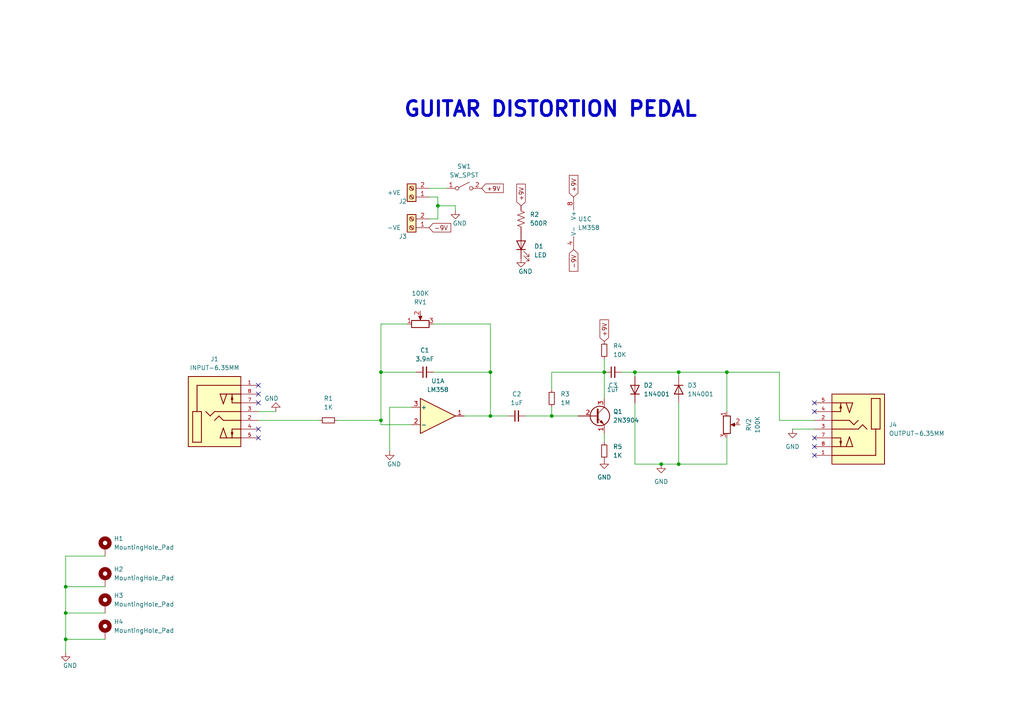
<source format=kicad_sch>
(kicad_sch (version 20211123) (generator eeschema)

  (uuid 6dc2bcae-1d1d-4cde-a050-997d9c89237f)

  (paper "A4")

  (lib_symbols
    (symbol "Amplifier_Operational:LM358" (pin_names (offset 0.127)) (in_bom yes) (on_board yes)
      (property "Reference" "U" (id 0) (at 0 5.08 0)
        (effects (font (size 1.27 1.27)) (justify left))
      )
      (property "Value" "LM358" (id 1) (at 0 -5.08 0)
        (effects (font (size 1.27 1.27)) (justify left))
      )
      (property "Footprint" "" (id 2) (at 0 0 0)
        (effects (font (size 1.27 1.27)) hide)
      )
      (property "Datasheet" "http://www.ti.com/lit/ds/symlink/lm2904-n.pdf" (id 3) (at 0 0 0)
        (effects (font (size 1.27 1.27)) hide)
      )
      (property "ki_locked" "" (id 4) (at 0 0 0)
        (effects (font (size 1.27 1.27)))
      )
      (property "ki_keywords" "dual opamp" (id 5) (at 0 0 0)
        (effects (font (size 1.27 1.27)) hide)
      )
      (property "ki_description" "Low-Power, Dual Operational Amplifiers, DIP-8/SOIC-8/TO-99-8" (id 6) (at 0 0 0)
        (effects (font (size 1.27 1.27)) hide)
      )
      (property "ki_fp_filters" "SOIC*3.9x4.9mm*P1.27mm* DIP*W7.62mm* TO*99* OnSemi*Micro8* TSSOP*3x3mm*P0.65mm* TSSOP*4.4x3mm*P0.65mm* MSOP*3x3mm*P0.65mm* SSOP*3.9x4.9mm*P0.635mm* LFCSP*2x2mm*P0.5mm* *SIP* SOIC*5.3x6.2mm*P1.27mm*" (id 7) (at 0 0 0)
        (effects (font (size 1.27 1.27)) hide)
      )
      (symbol "LM358_1_1"
        (polyline
          (pts
            (xy -5.08 5.08)
            (xy 5.08 0)
            (xy -5.08 -5.08)
            (xy -5.08 5.08)
          )
          (stroke (width 0.254) (type default) (color 0 0 0 0))
          (fill (type background))
        )
        (pin output line (at 7.62 0 180) (length 2.54)
          (name "~" (effects (font (size 1.27 1.27))))
          (number "1" (effects (font (size 1.27 1.27))))
        )
        (pin input line (at -7.62 -2.54 0) (length 2.54)
          (name "-" (effects (font (size 1.27 1.27))))
          (number "2" (effects (font (size 1.27 1.27))))
        )
        (pin input line (at -7.62 2.54 0) (length 2.54)
          (name "+" (effects (font (size 1.27 1.27))))
          (number "3" (effects (font (size 1.27 1.27))))
        )
      )
      (symbol "LM358_2_1"
        (polyline
          (pts
            (xy -5.08 5.08)
            (xy 5.08 0)
            (xy -5.08 -5.08)
            (xy -5.08 5.08)
          )
          (stroke (width 0.254) (type default) (color 0 0 0 0))
          (fill (type background))
        )
        (pin input line (at -7.62 2.54 0) (length 2.54)
          (name "+" (effects (font (size 1.27 1.27))))
          (number "5" (effects (font (size 1.27 1.27))))
        )
        (pin input line (at -7.62 -2.54 0) (length 2.54)
          (name "-" (effects (font (size 1.27 1.27))))
          (number "6" (effects (font (size 1.27 1.27))))
        )
        (pin output line (at 7.62 0 180) (length 2.54)
          (name "~" (effects (font (size 1.27 1.27))))
          (number "7" (effects (font (size 1.27 1.27))))
        )
      )
      (symbol "LM358_3_1"
        (pin power_in line (at -2.54 -7.62 90) (length 3.81)
          (name "V-" (effects (font (size 1.27 1.27))))
          (number "4" (effects (font (size 1.27 1.27))))
        )
        (pin power_in line (at -2.54 7.62 270) (length 3.81)
          (name "V+" (effects (font (size 1.27 1.27))))
          (number "8" (effects (font (size 1.27 1.27))))
        )
      )
    )
    (symbol "Connector:Screw_Terminal_01x02" (pin_names (offset 1.016) hide) (in_bom yes) (on_board yes)
      (property "Reference" "J" (id 0) (at 0 2.54 0)
        (effects (font (size 1.27 1.27)))
      )
      (property "Value" "Screw_Terminal_01x02" (id 1) (at 0 -5.08 0)
        (effects (font (size 1.27 1.27)))
      )
      (property "Footprint" "" (id 2) (at 0 0 0)
        (effects (font (size 1.27 1.27)) hide)
      )
      (property "Datasheet" "~" (id 3) (at 0 0 0)
        (effects (font (size 1.27 1.27)) hide)
      )
      (property "ki_keywords" "screw terminal" (id 4) (at 0 0 0)
        (effects (font (size 1.27 1.27)) hide)
      )
      (property "ki_description" "Generic screw terminal, single row, 01x02, script generated (kicad-library-utils/schlib/autogen/connector/)" (id 5) (at 0 0 0)
        (effects (font (size 1.27 1.27)) hide)
      )
      (property "ki_fp_filters" "TerminalBlock*:*" (id 6) (at 0 0 0)
        (effects (font (size 1.27 1.27)) hide)
      )
      (symbol "Screw_Terminal_01x02_1_1"
        (rectangle (start -1.27 1.27) (end 1.27 -3.81)
          (stroke (width 0.254) (type default) (color 0 0 0 0))
          (fill (type background))
        )
        (circle (center 0 -2.54) (radius 0.635)
          (stroke (width 0.1524) (type default) (color 0 0 0 0))
          (fill (type none))
        )
        (polyline
          (pts
            (xy -0.5334 -2.2098)
            (xy 0.3302 -3.048)
          )
          (stroke (width 0.1524) (type default) (color 0 0 0 0))
          (fill (type none))
        )
        (polyline
          (pts
            (xy -0.5334 0.3302)
            (xy 0.3302 -0.508)
          )
          (stroke (width 0.1524) (type default) (color 0 0 0 0))
          (fill (type none))
        )
        (polyline
          (pts
            (xy -0.3556 -2.032)
            (xy 0.508 -2.8702)
          )
          (stroke (width 0.1524) (type default) (color 0 0 0 0))
          (fill (type none))
        )
        (polyline
          (pts
            (xy -0.3556 0.508)
            (xy 0.508 -0.3302)
          )
          (stroke (width 0.1524) (type default) (color 0 0 0 0))
          (fill (type none))
        )
        (circle (center 0 0) (radius 0.635)
          (stroke (width 0.1524) (type default) (color 0 0 0 0))
          (fill (type none))
        )
        (pin passive line (at -5.08 0 0) (length 3.81)
          (name "Pin_1" (effects (font (size 1.27 1.27))))
          (number "1" (effects (font (size 1.27 1.27))))
        )
        (pin passive line (at -5.08 -2.54 0) (length 3.81)
          (name "Pin_2" (effects (font (size 1.27 1.27))))
          (number "2" (effects (font (size 1.27 1.27))))
        )
      )
    )
    (symbol "Device:C_Small" (pin_numbers hide) (pin_names (offset 0.254) hide) (in_bom yes) (on_board yes)
      (property "Reference" "C" (id 0) (at 0.254 1.778 0)
        (effects (font (size 1.27 1.27)) (justify left))
      )
      (property "Value" "C_Small" (id 1) (at 0.254 -2.032 0)
        (effects (font (size 1.27 1.27)) (justify left))
      )
      (property "Footprint" "" (id 2) (at 0 0 0)
        (effects (font (size 1.27 1.27)) hide)
      )
      (property "Datasheet" "~" (id 3) (at 0 0 0)
        (effects (font (size 1.27 1.27)) hide)
      )
      (property "ki_keywords" "capacitor cap" (id 4) (at 0 0 0)
        (effects (font (size 1.27 1.27)) hide)
      )
      (property "ki_description" "Unpolarized capacitor, small symbol" (id 5) (at 0 0 0)
        (effects (font (size 1.27 1.27)) hide)
      )
      (property "ki_fp_filters" "C_*" (id 6) (at 0 0 0)
        (effects (font (size 1.27 1.27)) hide)
      )
      (symbol "C_Small_0_1"
        (polyline
          (pts
            (xy -1.524 -0.508)
            (xy 1.524 -0.508)
          )
          (stroke (width 0.3302) (type default) (color 0 0 0 0))
          (fill (type none))
        )
        (polyline
          (pts
            (xy -1.524 0.508)
            (xy 1.524 0.508)
          )
          (stroke (width 0.3048) (type default) (color 0 0 0 0))
          (fill (type none))
        )
      )
      (symbol "C_Small_1_1"
        (pin passive line (at 0 2.54 270) (length 2.032)
          (name "~" (effects (font (size 1.27 1.27))))
          (number "1" (effects (font (size 1.27 1.27))))
        )
        (pin passive line (at 0 -2.54 90) (length 2.032)
          (name "~" (effects (font (size 1.27 1.27))))
          (number "2" (effects (font (size 1.27 1.27))))
        )
      )
    )
    (symbol "Device:LED" (pin_numbers hide) (pin_names (offset 1.016) hide) (in_bom yes) (on_board yes)
      (property "Reference" "D" (id 0) (at 0 2.54 0)
        (effects (font (size 1.27 1.27)))
      )
      (property "Value" "LED" (id 1) (at 0 -2.54 0)
        (effects (font (size 1.27 1.27)))
      )
      (property "Footprint" "" (id 2) (at 0 0 0)
        (effects (font (size 1.27 1.27)) hide)
      )
      (property "Datasheet" "~" (id 3) (at 0 0 0)
        (effects (font (size 1.27 1.27)) hide)
      )
      (property "ki_keywords" "LED diode" (id 4) (at 0 0 0)
        (effects (font (size 1.27 1.27)) hide)
      )
      (property "ki_description" "Light emitting diode" (id 5) (at 0 0 0)
        (effects (font (size 1.27 1.27)) hide)
      )
      (property "ki_fp_filters" "LED* LED_SMD:* LED_THT:*" (id 6) (at 0 0 0)
        (effects (font (size 1.27 1.27)) hide)
      )
      (symbol "LED_0_1"
        (polyline
          (pts
            (xy -1.27 -1.27)
            (xy -1.27 1.27)
          )
          (stroke (width 0.254) (type default) (color 0 0 0 0))
          (fill (type none))
        )
        (polyline
          (pts
            (xy -1.27 0)
            (xy 1.27 0)
          )
          (stroke (width 0) (type default) (color 0 0 0 0))
          (fill (type none))
        )
        (polyline
          (pts
            (xy 1.27 -1.27)
            (xy 1.27 1.27)
            (xy -1.27 0)
            (xy 1.27 -1.27)
          )
          (stroke (width 0.254) (type default) (color 0 0 0 0))
          (fill (type none))
        )
        (polyline
          (pts
            (xy -3.048 -0.762)
            (xy -4.572 -2.286)
            (xy -3.81 -2.286)
            (xy -4.572 -2.286)
            (xy -4.572 -1.524)
          )
          (stroke (width 0) (type default) (color 0 0 0 0))
          (fill (type none))
        )
        (polyline
          (pts
            (xy -1.778 -0.762)
            (xy -3.302 -2.286)
            (xy -2.54 -2.286)
            (xy -3.302 -2.286)
            (xy -3.302 -1.524)
          )
          (stroke (width 0) (type default) (color 0 0 0 0))
          (fill (type none))
        )
      )
      (symbol "LED_1_1"
        (pin passive line (at -3.81 0 0) (length 2.54)
          (name "K" (effects (font (size 1.27 1.27))))
          (number "1" (effects (font (size 1.27 1.27))))
        )
        (pin passive line (at 3.81 0 180) (length 2.54)
          (name "A" (effects (font (size 1.27 1.27))))
          (number "2" (effects (font (size 1.27 1.27))))
        )
      )
    )
    (symbol "Device:R_Potentiometer" (pin_names (offset 1.016) hide) (in_bom yes) (on_board yes)
      (property "Reference" "RV" (id 0) (at -4.445 0 90)
        (effects (font (size 1.27 1.27)))
      )
      (property "Value" "R_Potentiometer" (id 1) (at -2.54 0 90)
        (effects (font (size 1.27 1.27)))
      )
      (property "Footprint" "" (id 2) (at 0 0 0)
        (effects (font (size 1.27 1.27)) hide)
      )
      (property "Datasheet" "~" (id 3) (at 0 0 0)
        (effects (font (size 1.27 1.27)) hide)
      )
      (property "ki_keywords" "resistor variable" (id 4) (at 0 0 0)
        (effects (font (size 1.27 1.27)) hide)
      )
      (property "ki_description" "Potentiometer" (id 5) (at 0 0 0)
        (effects (font (size 1.27 1.27)) hide)
      )
      (property "ki_fp_filters" "Potentiometer*" (id 6) (at 0 0 0)
        (effects (font (size 1.27 1.27)) hide)
      )
      (symbol "R_Potentiometer_0_1"
        (polyline
          (pts
            (xy 2.54 0)
            (xy 1.524 0)
          )
          (stroke (width 0) (type default) (color 0 0 0 0))
          (fill (type none))
        )
        (polyline
          (pts
            (xy 1.143 0)
            (xy 2.286 0.508)
            (xy 2.286 -0.508)
            (xy 1.143 0)
          )
          (stroke (width 0) (type default) (color 0 0 0 0))
          (fill (type outline))
        )
        (rectangle (start 1.016 2.54) (end -1.016 -2.54)
          (stroke (width 0.254) (type default) (color 0 0 0 0))
          (fill (type none))
        )
      )
      (symbol "R_Potentiometer_1_1"
        (pin passive line (at 0 3.81 270) (length 1.27)
          (name "1" (effects (font (size 1.27 1.27))))
          (number "1" (effects (font (size 1.27 1.27))))
        )
        (pin passive line (at 3.81 0 180) (length 1.27)
          (name "2" (effects (font (size 1.27 1.27))))
          (number "2" (effects (font (size 1.27 1.27))))
        )
        (pin passive line (at 0 -3.81 90) (length 1.27)
          (name "3" (effects (font (size 1.27 1.27))))
          (number "3" (effects (font (size 1.27 1.27))))
        )
      )
    )
    (symbol "Device:R_Small" (pin_numbers hide) (pin_names (offset 0.254) hide) (in_bom yes) (on_board yes)
      (property "Reference" "R" (id 0) (at 0.762 0.508 0)
        (effects (font (size 1.27 1.27)) (justify left))
      )
      (property "Value" "R_Small" (id 1) (at 0.762 -1.016 0)
        (effects (font (size 1.27 1.27)) (justify left))
      )
      (property "Footprint" "" (id 2) (at 0 0 0)
        (effects (font (size 1.27 1.27)) hide)
      )
      (property "Datasheet" "~" (id 3) (at 0 0 0)
        (effects (font (size 1.27 1.27)) hide)
      )
      (property "ki_keywords" "R resistor" (id 4) (at 0 0 0)
        (effects (font (size 1.27 1.27)) hide)
      )
      (property "ki_description" "Resistor, small symbol" (id 5) (at 0 0 0)
        (effects (font (size 1.27 1.27)) hide)
      )
      (property "ki_fp_filters" "R_*" (id 6) (at 0 0 0)
        (effects (font (size 1.27 1.27)) hide)
      )
      (symbol "R_Small_0_1"
        (rectangle (start -0.762 1.778) (end 0.762 -1.778)
          (stroke (width 0.2032) (type default) (color 0 0 0 0))
          (fill (type none))
        )
      )
      (symbol "R_Small_1_1"
        (pin passive line (at 0 2.54 270) (length 0.762)
          (name "~" (effects (font (size 1.27 1.27))))
          (number "1" (effects (font (size 1.27 1.27))))
        )
        (pin passive line (at 0 -2.54 90) (length 0.762)
          (name "~" (effects (font (size 1.27 1.27))))
          (number "2" (effects (font (size 1.27 1.27))))
        )
      )
    )
    (symbol "Device:R_US" (pin_numbers hide) (pin_names (offset 0)) (in_bom yes) (on_board yes)
      (property "Reference" "R" (id 0) (at 2.54 0 90)
        (effects (font (size 1.27 1.27)))
      )
      (property "Value" "R_US" (id 1) (at -2.54 0 90)
        (effects (font (size 1.27 1.27)))
      )
      (property "Footprint" "" (id 2) (at 1.016 -0.254 90)
        (effects (font (size 1.27 1.27)) hide)
      )
      (property "Datasheet" "~" (id 3) (at 0 0 0)
        (effects (font (size 1.27 1.27)) hide)
      )
      (property "ki_keywords" "R res resistor" (id 4) (at 0 0 0)
        (effects (font (size 1.27 1.27)) hide)
      )
      (property "ki_description" "Resistor, US symbol" (id 5) (at 0 0 0)
        (effects (font (size 1.27 1.27)) hide)
      )
      (property "ki_fp_filters" "R_*" (id 6) (at 0 0 0)
        (effects (font (size 1.27 1.27)) hide)
      )
      (symbol "R_US_0_1"
        (polyline
          (pts
            (xy 0 -2.286)
            (xy 0 -2.54)
          )
          (stroke (width 0) (type default) (color 0 0 0 0))
          (fill (type none))
        )
        (polyline
          (pts
            (xy 0 2.286)
            (xy 0 2.54)
          )
          (stroke (width 0) (type default) (color 0 0 0 0))
          (fill (type none))
        )
        (polyline
          (pts
            (xy 0 -0.762)
            (xy 1.016 -1.143)
            (xy 0 -1.524)
            (xy -1.016 -1.905)
            (xy 0 -2.286)
          )
          (stroke (width 0) (type default) (color 0 0 0 0))
          (fill (type none))
        )
        (polyline
          (pts
            (xy 0 0.762)
            (xy 1.016 0.381)
            (xy 0 0)
            (xy -1.016 -0.381)
            (xy 0 -0.762)
          )
          (stroke (width 0) (type default) (color 0 0 0 0))
          (fill (type none))
        )
        (polyline
          (pts
            (xy 0 2.286)
            (xy 1.016 1.905)
            (xy 0 1.524)
            (xy -1.016 1.143)
            (xy 0 0.762)
          )
          (stroke (width 0) (type default) (color 0 0 0 0))
          (fill (type none))
        )
      )
      (symbol "R_US_1_1"
        (pin passive line (at 0 3.81 270) (length 1.27)
          (name "~" (effects (font (size 1.27 1.27))))
          (number "1" (effects (font (size 1.27 1.27))))
        )
        (pin passive line (at 0 -3.81 90) (length 1.27)
          (name "~" (effects (font (size 1.27 1.27))))
          (number "2" (effects (font (size 1.27 1.27))))
        )
      )
    )
    (symbol "Diode:1N4001" (pin_numbers hide) (pin_names (offset 1.016) hide) (in_bom yes) (on_board yes)
      (property "Reference" "D" (id 0) (at 0 2.54 0)
        (effects (font (size 1.27 1.27)))
      )
      (property "Value" "1N4001" (id 1) (at 0 -2.54 0)
        (effects (font (size 1.27 1.27)))
      )
      (property "Footprint" "Diode_THT:D_DO-41_SOD81_P10.16mm_Horizontal" (id 2) (at 0 -4.445 0)
        (effects (font (size 1.27 1.27)) hide)
      )
      (property "Datasheet" "http://www.vishay.com/docs/88503/1n4001.pdf" (id 3) (at 0 0 0)
        (effects (font (size 1.27 1.27)) hide)
      )
      (property "ki_keywords" "diode" (id 4) (at 0 0 0)
        (effects (font (size 1.27 1.27)) hide)
      )
      (property "ki_description" "50V 1A General Purpose Rectifier Diode, DO-41" (id 5) (at 0 0 0)
        (effects (font (size 1.27 1.27)) hide)
      )
      (property "ki_fp_filters" "D*DO?41*" (id 6) (at 0 0 0)
        (effects (font (size 1.27 1.27)) hide)
      )
      (symbol "1N4001_0_1"
        (polyline
          (pts
            (xy -1.27 1.27)
            (xy -1.27 -1.27)
          )
          (stroke (width 0.254) (type default) (color 0 0 0 0))
          (fill (type none))
        )
        (polyline
          (pts
            (xy 1.27 0)
            (xy -1.27 0)
          )
          (stroke (width 0) (type default) (color 0 0 0 0))
          (fill (type none))
        )
        (polyline
          (pts
            (xy 1.27 1.27)
            (xy 1.27 -1.27)
            (xy -1.27 0)
            (xy 1.27 1.27)
          )
          (stroke (width 0.254) (type default) (color 0 0 0 0))
          (fill (type none))
        )
      )
      (symbol "1N4001_1_1"
        (pin passive line (at -3.81 0 0) (length 2.54)
          (name "K" (effects (font (size 1.27 1.27))))
          (number "1" (effects (font (size 1.27 1.27))))
        )
        (pin passive line (at 3.81 0 180) (length 2.54)
          (name "A" (effects (font (size 1.27 1.27))))
          (number "2" (effects (font (size 1.27 1.27))))
        )
      )
    )
    (symbol "GND_1" (power) (pin_names (offset 0) hide) (in_bom yes) (on_board yes)
      (property "Reference" "#PWR" (id 0) (at 0 -6.35 0)
        (effects (font (size 1.27 1.27)) hide)
      )
      (property "Value" "GND_1" (id 1) (at 0 -3.81 0)
        (effects (font (size 1.27 1.27)))
      )
      (property "Footprint" "" (id 2) (at 0 0 0)
        (effects (font (size 1.27 1.27)) hide)
      )
      (property "Datasheet" "" (id 3) (at 0 0 0)
        (effects (font (size 1.27 1.27)) hide)
      )
      (property "ki_keywords" "power-flag" (id 4) (at 0 0 0)
        (effects (font (size 1.27 1.27)) hide)
      )
      (property "ki_description" "Power symbol creates a global label with name \"GND\" , ground" (id 5) (at 0 0 0)
        (effects (font (size 1.27 1.27)) hide)
      )
      (symbol "GND_1_0_1"
        (polyline
          (pts
            (xy 0 0)
            (xy 0 -1.27)
            (xy 1.27 -1.27)
            (xy 0 -2.54)
            (xy -1.27 -1.27)
            (xy 0 -1.27)
          )
          (stroke (width 0) (type default) (color 0 0 0 0))
          (fill (type none))
        )
      )
      (symbol "GND_1_1_1"
        (pin power_in line (at 0 0 270) (length 0) hide
          (name "GND" (effects (font (size 1.27 1.27))))
          (number "1" (effects (font (size 1.27 1.27))))
        )
      )
    )
    (symbol "GND_2" (power) (pin_names (offset 0) hide) (in_bom yes) (on_board yes)
      (property "Reference" "#PWR" (id 0) (at 0 -6.35 0)
        (effects (font (size 1.27 1.27)) hide)
      )
      (property "Value" "GND_2" (id 1) (at 0 -3.81 0)
        (effects (font (size 1.27 1.27)))
      )
      (property "Footprint" "" (id 2) (at 0 0 0)
        (effects (font (size 1.27 1.27)) hide)
      )
      (property "Datasheet" "" (id 3) (at 0 0 0)
        (effects (font (size 1.27 1.27)) hide)
      )
      (property "ki_keywords" "power-flag" (id 4) (at 0 0 0)
        (effects (font (size 1.27 1.27)) hide)
      )
      (property "ki_description" "Power symbol creates a global label with name \"GND\" , ground" (id 5) (at 0 0 0)
        (effects (font (size 1.27 1.27)) hide)
      )
      (symbol "GND_2_0_1"
        (polyline
          (pts
            (xy 0 0)
            (xy 0 -1.27)
            (xy 1.27 -1.27)
            (xy 0 -2.54)
            (xy -1.27 -1.27)
            (xy 0 -1.27)
          )
          (stroke (width 0) (type default) (color 0 0 0 0))
          (fill (type none))
        )
      )
      (symbol "GND_2_1_1"
        (pin power_in line (at 0 0 270) (length 0) hide
          (name "GND" (effects (font (size 1.27 1.27))))
          (number "1" (effects (font (size 1.27 1.27))))
        )
      )
    )
    (symbol "GND_3" (power) (pin_names (offset 0)) (in_bom yes) (on_board yes)
      (property "Reference" "#PWR" (id 0) (at 0 -6.35 0)
        (effects (font (size 1.27 1.27)) hide)
      )
      (property "Value" "GND_3" (id 1) (at 0 -3.81 0)
        (effects (font (size 1.27 1.27)))
      )
      (property "Footprint" "" (id 2) (at 0 0 0)
        (effects (font (size 1.27 1.27)) hide)
      )
      (property "Datasheet" "" (id 3) (at 0 0 0)
        (effects (font (size 1.27 1.27)) hide)
      )
      (property "ki_keywords" "power-flag" (id 4) (at 0 0 0)
        (effects (font (size 1.27 1.27)) hide)
      )
      (property "ki_description" "Power symbol creates a global label with name \"GND\" , ground" (id 5) (at 0 0 0)
        (effects (font (size 1.27 1.27)) hide)
      )
      (symbol "GND_3_0_1"
        (polyline
          (pts
            (xy 0 0)
            (xy 0 -1.27)
            (xy 1.27 -1.27)
            (xy 0 -2.54)
            (xy -1.27 -1.27)
            (xy 0 -1.27)
          )
          (stroke (width 0) (type default) (color 0 0 0 0))
          (fill (type none))
        )
      )
      (symbol "GND_3_1_1"
        (pin power_in line (at 0 0 270) (length 0) hide
          (name "GND" (effects (font (size 1.27 1.27))))
          (number "1" (effects (font (size 1.27 1.27))))
        )
      )
    )
    (symbol "Mechanical:MountingHole_Pad" (pin_numbers hide) (pin_names (offset 1.016) hide) (in_bom yes) (on_board yes)
      (property "Reference" "H" (id 0) (at 0 6.35 0)
        (effects (font (size 1.27 1.27)))
      )
      (property "Value" "MountingHole_Pad" (id 1) (at 0 4.445 0)
        (effects (font (size 1.27 1.27)))
      )
      (property "Footprint" "" (id 2) (at 0 0 0)
        (effects (font (size 1.27 1.27)) hide)
      )
      (property "Datasheet" "~" (id 3) (at 0 0 0)
        (effects (font (size 1.27 1.27)) hide)
      )
      (property "ki_keywords" "mounting hole" (id 4) (at 0 0 0)
        (effects (font (size 1.27 1.27)) hide)
      )
      (property "ki_description" "Mounting Hole with connection" (id 5) (at 0 0 0)
        (effects (font (size 1.27 1.27)) hide)
      )
      (property "ki_fp_filters" "MountingHole*Pad*" (id 6) (at 0 0 0)
        (effects (font (size 1.27 1.27)) hide)
      )
      (symbol "MountingHole_Pad_0_1"
        (circle (center 0 1.27) (radius 1.27)
          (stroke (width 1.27) (type default) (color 0 0 0 0))
          (fill (type none))
        )
      )
      (symbol "MountingHole_Pad_1_1"
        (pin input line (at 0 -2.54 90) (length 2.54)
          (name "1" (effects (font (size 1.27 1.27))))
          (number "1" (effects (font (size 1.27 1.27))))
        )
      )
    )
    (symbol "SJ-63043H:SJ-63043H" (pin_names (offset 1.016) hide) (in_bom yes) (on_board yes)
      (property "Reference" "J" (id 0) (at -7.62 10.922 0)
        (effects (font (size 1.27 1.27)) (justify left bottom))
      )
      (property "Value" "SJ-63043H" (id 1) (at -7.62 -10.922 0)
        (effects (font (size 1.27 1.27)) (justify left bottom))
      )
      (property "Footprint" "CUI_SJ-63043H" (id 2) (at 0 0 0)
        (effects (font (size 1.27 1.27)) (justify left bottom) hide)
      )
      (property "Datasheet" "" (id 3) (at 0 0 0)
        (effects (font (size 1.27 1.27)) (justify left bottom) hide)
      )
      (property "STANDARD" "Manufacturer Recommendations" (id 4) (at 0 0 0)
        (effects (font (size 1.27 1.27)) (justify left bottom) hide)
      )
      (property "MAXIMUM_PACKAGE_HEIGHT" "12mm" (id 5) (at 0 0 0)
        (effects (font (size 1.27 1.27)) (justify left bottom) hide)
      )
      (property "MANUFACTURER" "CUI Devices" (id 6) (at 0 0 0)
        (effects (font (size 1.27 1.27)) (justify left bottom) hide)
      )
      (property "PARTREV" "1.0" (id 7) (at 0 0 0)
        (effects (font (size 1.27 1.27)) (justify left bottom) hide)
      )
      (property "ki_locked" "" (id 8) (at 0 0 0)
        (effects (font (size 1.27 1.27)))
      )
      (symbol "SJ-63043H_0_0"
        (rectangle (start -7.62 -10.16) (end 7.62 10.16)
          (stroke (width 0.254) (type default) (color 0 0 0 0))
          (fill (type background))
        )
        (polyline
          (pts
            (xy -6.35 -8.89)
            (xy -6.35 0)
          )
          (stroke (width 0.254) (type default) (color 0 0 0 0))
          (fill (type none))
        )
        (polyline
          (pts
            (xy -6.35 0)
            (xy -5.08 0)
          )
          (stroke (width 0.254) (type default) (color 0 0 0 0))
          (fill (type none))
        )
        (polyline
          (pts
            (xy -5.08 0)
            (xy -5.08 7.62)
          )
          (stroke (width 0.254) (type default) (color 0 0 0 0))
          (fill (type none))
        )
        (polyline
          (pts
            (xy -5.08 0)
            (xy -3.81 0)
          )
          (stroke (width 0.254) (type default) (color 0 0 0 0))
          (fill (type none))
        )
        (polyline
          (pts
            (xy -5.08 7.62)
            (xy 7.62 7.62)
          )
          (stroke (width 0.254) (type default) (color 0 0 0 0))
          (fill (type none))
        )
        (polyline
          (pts
            (xy -3.81 -8.89)
            (xy -6.35 -8.89)
          )
          (stroke (width 0.254) (type default) (color 0 0 0 0))
          (fill (type none))
        )
        (polyline
          (pts
            (xy -3.81 0)
            (xy -3.81 -8.89)
          )
          (stroke (width 0.254) (type default) (color 0 0 0 0))
          (fill (type none))
        )
        (polyline
          (pts
            (xy -2.54 0)
            (xy -1.27 -1.27)
          )
          (stroke (width 0.254) (type default) (color 0 0 0 0))
          (fill (type none))
        )
        (polyline
          (pts
            (xy -1.27 -1.27)
            (xy 0 0)
          )
          (stroke (width 0.254) (type default) (color 0 0 0 0))
          (fill (type none))
        )
        (polyline
          (pts
            (xy 0 -2.54)
            (xy 1.27 -1.27)
          )
          (stroke (width 0.254) (type default) (color 0 0 0 0))
          (fill (type none))
        )
        (polyline
          (pts
            (xy 0 0)
            (xy 7.62 0)
          )
          (stroke (width 0.254) (type default) (color 0 0 0 0))
          (fill (type none))
        )
        (polyline
          (pts
            (xy 1.27 -1.27)
            (xy 2.54 -2.54)
          )
          (stroke (width 0.254) (type default) (color 0 0 0 0))
          (fill (type none))
        )
        (polyline
          (pts
            (xy 1.6002 -7.62)
            (xy 2.54 -4.7752)
          )
          (stroke (width 0.254) (type default) (color 0 0 0 0))
          (fill (type none))
        )
        (polyline
          (pts
            (xy 1.6002 -7.62)
            (xy 5.08 -7.62)
          )
          (stroke (width 0.254) (type default) (color 0 0 0 0))
          (fill (type none))
        )
        (polyline
          (pts
            (xy 1.6002 5.08)
            (xy 2.54 2.2352)
          )
          (stroke (width 0.254) (type default) (color 0 0 0 0))
          (fill (type none))
        )
        (polyline
          (pts
            (xy 1.6002 5.08)
            (xy 5.08 5.08)
          )
          (stroke (width 0.254) (type default) (color 0 0 0 0))
          (fill (type none))
        )
        (polyline
          (pts
            (xy 2.54 -4.7752)
            (xy 3.5052 -7.62)
          )
          (stroke (width 0.254) (type default) (color 0 0 0 0))
          (fill (type none))
        )
        (polyline
          (pts
            (xy 2.54 -2.54)
            (xy 7.62 -2.54)
          )
          (stroke (width 0.254) (type default) (color 0 0 0 0))
          (fill (type none))
        )
        (polyline
          (pts
            (xy 2.54 2.2352)
            (xy 3.5052 5.08)
          )
          (stroke (width 0.254) (type default) (color 0 0 0 0))
          (fill (type none))
        )
        (polyline
          (pts
            (xy 5.08 -7.62)
            (xy 7.62 -7.62)
          )
          (stroke (width 0.254) (type default) (color 0 0 0 0))
          (fill (type none))
        )
        (polyline
          (pts
            (xy 5.08 -5.08)
            (xy 5.08 -7.62)
          )
          (stroke (width 0.254) (type default) (color 0 0 0 0))
          (fill (type none))
        )
        (polyline
          (pts
            (xy 5.08 -5.08)
            (xy 7.62 -5.08)
          )
          (stroke (width 0.254) (type default) (color 0 0 0 0))
          (fill (type none))
        )
        (polyline
          (pts
            (xy 5.08 2.54)
            (xy 5.08 5.08)
          )
          (stroke (width 0.254) (type default) (color 0 0 0 0))
          (fill (type none))
        )
        (polyline
          (pts
            (xy 5.08 2.54)
            (xy 7.62 2.54)
          )
          (stroke (width 0.254) (type default) (color 0 0 0 0))
          (fill (type none))
        )
        (polyline
          (pts
            (xy 5.08 5.08)
            (xy 7.62 5.08)
          )
          (stroke (width 0.254) (type default) (color 0 0 0 0))
          (fill (type none))
        )
        (polyline
          (pts
            (xy 5.08 -6.858)
            (xy 5.334 -6.096)
            (xy 4.826 -6.096)
            (xy 5.08 -6.858)
          )
          (stroke (width 0.254) (type default) (color 0 0 0 0))
          (fill (type background))
        )
        (polyline
          (pts
            (xy 5.08 4.318)
            (xy 5.334 3.556)
            (xy 4.826 3.556)
            (xy 5.08 4.318)
          )
          (stroke (width 0.254) (type default) (color 0 0 0 0))
          (fill (type background))
        )
        (pin passive line (at 12.7 7.62 180) (length 5.08)
          (name "~" (effects (font (size 1.016 1.016))))
          (number "1" (effects (font (size 1.016 1.016))))
        )
        (pin passive line (at 12.7 -2.54 180) (length 5.08)
          (name "~" (effects (font (size 1.016 1.016))))
          (number "2" (effects (font (size 1.016 1.016))))
        )
        (pin passive line (at 12.7 0 180) (length 5.08)
          (name "~" (effects (font (size 1.016 1.016))))
          (number "3" (effects (font (size 1.016 1.016))))
        )
        (pin passive line (at 12.7 -5.08 180) (length 5.08)
          (name "~" (effects (font (size 1.016 1.016))))
          (number "4" (effects (font (size 1.016 1.016))))
        )
        (pin passive line (at 12.7 -7.62 180) (length 5.08)
          (name "~" (effects (font (size 1.016 1.016))))
          (number "5" (effects (font (size 1.016 1.016))))
        )
        (pin passive line (at 12.7 2.54 180) (length 5.08)
          (name "~" (effects (font (size 1.016 1.016))))
          (number "7" (effects (font (size 1.016 1.016))))
        )
        (pin passive line (at 12.7 5.08 180) (length 5.08)
          (name "~" (effects (font (size 1.016 1.016))))
          (number "8" (effects (font (size 1.016 1.016))))
        )
      )
    )
    (symbol "Switch:SW_SPST" (pin_names (offset 0) hide) (in_bom yes) (on_board yes)
      (property "Reference" "SW" (id 0) (at 0 3.175 0)
        (effects (font (size 1.27 1.27)))
      )
      (property "Value" "SW_SPST" (id 1) (at 0 -2.54 0)
        (effects (font (size 1.27 1.27)))
      )
      (property "Footprint" "" (id 2) (at 0 0 0)
        (effects (font (size 1.27 1.27)) hide)
      )
      (property "Datasheet" "~" (id 3) (at 0 0 0)
        (effects (font (size 1.27 1.27)) hide)
      )
      (property "ki_keywords" "switch lever" (id 4) (at 0 0 0)
        (effects (font (size 1.27 1.27)) hide)
      )
      (property "ki_description" "Single Pole Single Throw (SPST) switch" (id 5) (at 0 0 0)
        (effects (font (size 1.27 1.27)) hide)
      )
      (symbol "SW_SPST_0_0"
        (circle (center -2.032 0) (radius 0.508)
          (stroke (width 0) (type default) (color 0 0 0 0))
          (fill (type none))
        )
        (polyline
          (pts
            (xy -1.524 0.254)
            (xy 1.524 1.778)
          )
          (stroke (width 0) (type default) (color 0 0 0 0))
          (fill (type none))
        )
        (circle (center 2.032 0) (radius 0.508)
          (stroke (width 0) (type default) (color 0 0 0 0))
          (fill (type none))
        )
      )
      (symbol "SW_SPST_1_1"
        (pin passive line (at -5.08 0 0) (length 2.54)
          (name "A" (effects (font (size 1.27 1.27))))
          (number "1" (effects (font (size 1.27 1.27))))
        )
        (pin passive line (at 5.08 0 180) (length 2.54)
          (name "B" (effects (font (size 1.27 1.27))))
          (number "2" (effects (font (size 1.27 1.27))))
        )
      )
    )
    (symbol "Transistor_BJT:2N3904" (pin_names (offset 0) hide) (in_bom yes) (on_board yes)
      (property "Reference" "Q" (id 0) (at 5.08 1.905 0)
        (effects (font (size 1.27 1.27)) (justify left))
      )
      (property "Value" "2N3904" (id 1) (at 5.08 0 0)
        (effects (font (size 1.27 1.27)) (justify left))
      )
      (property "Footprint" "Package_TO_SOT_THT:TO-92_Inline" (id 2) (at 5.08 -1.905 0)
        (effects (font (size 1.27 1.27) italic) (justify left) hide)
      )
      (property "Datasheet" "https://www.onsemi.com/pub/Collateral/2N3903-D.PDF" (id 3) (at 0 0 0)
        (effects (font (size 1.27 1.27)) (justify left) hide)
      )
      (property "ki_keywords" "NPN Transistor" (id 4) (at 0 0 0)
        (effects (font (size 1.27 1.27)) hide)
      )
      (property "ki_description" "0.2A Ic, 40V Vce, Small Signal NPN Transistor, TO-92" (id 5) (at 0 0 0)
        (effects (font (size 1.27 1.27)) hide)
      )
      (property "ki_fp_filters" "TO?92*" (id 6) (at 0 0 0)
        (effects (font (size 1.27 1.27)) hide)
      )
      (symbol "2N3904_0_1"
        (polyline
          (pts
            (xy 0.635 0.635)
            (xy 2.54 2.54)
          )
          (stroke (width 0) (type default) (color 0 0 0 0))
          (fill (type none))
        )
        (polyline
          (pts
            (xy 0.635 -0.635)
            (xy 2.54 -2.54)
            (xy 2.54 -2.54)
          )
          (stroke (width 0) (type default) (color 0 0 0 0))
          (fill (type none))
        )
        (polyline
          (pts
            (xy 0.635 1.905)
            (xy 0.635 -1.905)
            (xy 0.635 -1.905)
          )
          (stroke (width 0.508) (type default) (color 0 0 0 0))
          (fill (type none))
        )
        (polyline
          (pts
            (xy 1.27 -1.778)
            (xy 1.778 -1.27)
            (xy 2.286 -2.286)
            (xy 1.27 -1.778)
            (xy 1.27 -1.778)
          )
          (stroke (width 0) (type default) (color 0 0 0 0))
          (fill (type outline))
        )
        (circle (center 1.27 0) (radius 2.8194)
          (stroke (width 0.254) (type default) (color 0 0 0 0))
          (fill (type none))
        )
      )
      (symbol "2N3904_1_1"
        (pin passive line (at 2.54 -5.08 90) (length 2.54)
          (name "E" (effects (font (size 1.27 1.27))))
          (number "1" (effects (font (size 1.27 1.27))))
        )
        (pin passive line (at -5.08 0 0) (length 5.715)
          (name "B" (effects (font (size 1.27 1.27))))
          (number "2" (effects (font (size 1.27 1.27))))
        )
        (pin passive line (at 2.54 5.08 270) (length 2.54)
          (name "C" (effects (font (size 1.27 1.27))))
          (number "3" (effects (font (size 1.27 1.27))))
        )
      )
    )
    (symbol "power:GND" (power) (pin_names (offset 0) hide) (in_bom yes) (on_board yes)
      (property "Reference" "#PWR" (id 0) (at 0 -6.35 0)
        (effects (font (size 1.27 1.27)) hide)
      )
      (property "Value" "GND" (id 1) (at 0 -3.81 0)
        (effects (font (size 1.27 1.27)))
      )
      (property "Footprint" "" (id 2) (at 0 0 0)
        (effects (font (size 1.27 1.27)) hide)
      )
      (property "Datasheet" "" (id 3) (at 0 0 0)
        (effects (font (size 1.27 1.27)) hide)
      )
      (property "ki_keywords" "power-flag" (id 4) (at 0 0 0)
        (effects (font (size 1.27 1.27)) hide)
      )
      (property "ki_description" "Power symbol creates a global label with name \"GND\" , ground" (id 5) (at 0 0 0)
        (effects (font (size 1.27 1.27)) hide)
      )
      (symbol "GND_0_1"
        (polyline
          (pts
            (xy 0 0)
            (xy 0 -1.27)
            (xy 1.27 -1.27)
            (xy 0 -2.54)
            (xy -1.27 -1.27)
            (xy 0 -1.27)
          )
          (stroke (width 0) (type default) (color 0 0 0 0))
          (fill (type none))
        )
      )
      (symbol "GND_1_1"
        (pin power_in line (at 0 0 270) (length 0) hide
          (name "GND" (effects (font (size 1.27 1.27))))
          (number "1" (effects (font (size 1.27 1.27))))
        )
      )
    )
  )

  (junction (at 196.85 107.95) (diameter 0) (color 0 0 0 0)
    (uuid 0f38834e-ff8d-4205-88d0-21cfd750f3f4)
  )
  (junction (at 175.26 107.95) (diameter 0) (color 0 0 0 0)
    (uuid 1e0a3a3f-a17f-4717-b904-37c88dabe0e6)
  )
  (junction (at 127 59.69) (diameter 0) (color 0 0 0 0)
    (uuid 2154d823-2fb3-4cb6-a061-6d8d87d5c5b8)
  )
  (junction (at 19.05 185.42) (diameter 0) (color 0 0 0 0)
    (uuid 28a1580c-afcd-49ef-938d-e66f2cfabcb8)
  )
  (junction (at 191.77 134.62) (diameter 0) (color 0 0 0 0)
    (uuid 35bd3dc0-114a-41ce-b20c-a17de2f2e520)
  )
  (junction (at 19.05 177.8) (diameter 0) (color 0 0 0 0)
    (uuid 380061af-d4e1-4676-8006-f9c787dabce8)
  )
  (junction (at 110.49 107.95) (diameter 0) (color 0 0 0 0)
    (uuid 50774972-46f3-43bd-ae30-b03eb82a83bd)
  )
  (junction (at 210.82 107.95) (diameter 0) (color 0 0 0 0)
    (uuid 62108a72-cee5-4224-a1fb-05bf90e028b0)
  )
  (junction (at 142.24 120.65) (diameter 0) (color 0 0 0 0)
    (uuid 689b0480-1fd1-4e80-8d7c-84918e956614)
  )
  (junction (at 142.24 107.95) (diameter 0) (color 0 0 0 0)
    (uuid 7b23589a-5db6-4ec0-8ac3-715048c96fcb)
  )
  (junction (at 110.49 121.92) (diameter 0) (color 0 0 0 0)
    (uuid 8225ae71-579a-42c6-a025-83f4d0b52f3d)
  )
  (junction (at 160.02 120.65) (diameter 0) (color 0 0 0 0)
    (uuid 8a09af0f-c682-437b-86bb-25e851d0b4ce)
  )
  (junction (at 19.05 170.18) (diameter 0) (color 0 0 0 0)
    (uuid b3828df3-595a-4634-bad0-b70278efb174)
  )
  (junction (at 196.85 134.62) (diameter 0) (color 0 0 0 0)
    (uuid da2349a6-8ddd-440d-9771-329f16617b0d)
  )
  (junction (at 184.15 107.95) (diameter 0) (color 0 0 0 0)
    (uuid e13b44b3-a28b-4dee-8e7f-025be7c224f3)
  )

  (no_connect (at 74.93 124.46) (uuid 02aa67db-9690-4115-9869-16e10da31163))
  (no_connect (at 74.93 116.84) (uuid 02aa67db-9690-4115-9869-16e10da31164))
  (no_connect (at 74.93 127) (uuid 02aa67db-9690-4115-9869-16e10da31165))
  (no_connect (at 74.93 114.3) (uuid 02aa67db-9690-4115-9869-16e10da31166))
  (no_connect (at 74.93 111.76) (uuid 99033d17-eabd-4adf-a55f-b8bcaa0e4974))
  (no_connect (at 236.22 116.84) (uuid ca945a5e-8b09-476e-9a18-79a543a9610d))
  (no_connect (at 236.22 119.38) (uuid ca945a5e-8b09-476e-9a18-79a543a9610e))
  (no_connect (at 236.22 127) (uuid ca945a5e-8b09-476e-9a18-79a543a9610f))
  (no_connect (at 236.22 129.54) (uuid ca945a5e-8b09-476e-9a18-79a543a96110))
  (no_connect (at 236.22 132.08) (uuid ca945a5e-8b09-476e-9a18-79a543a96111))

  (wire (pts (xy 74.93 121.92) (xy 92.71 121.92))
    (stroke (width 0) (type default) (color 0 0 0 0))
    (uuid 003e15d0-fd97-4f1c-a050-58fbe749285d)
  )
  (wire (pts (xy 129.54 54.61) (xy 124.46 54.61))
    (stroke (width 0) (type default) (color 0 0 0 0))
    (uuid 077d8eca-fc83-4493-9aa8-f8a9bda4c725)
  )
  (wire (pts (xy 110.49 123.19) (xy 110.49 121.92))
    (stroke (width 0) (type default) (color 0 0 0 0))
    (uuid 094622cd-b1a5-4c49-b185-213cd8345009)
  )
  (wire (pts (xy 184.15 134.62) (xy 191.77 134.62))
    (stroke (width 0) (type default) (color 0 0 0 0))
    (uuid 0d5ffb38-d52b-4147-ba02-3aea602c5b67)
  )
  (wire (pts (xy 180.34 107.95) (xy 184.15 107.95))
    (stroke (width 0) (type default) (color 0 0 0 0))
    (uuid 13e6e736-b8c6-431e-a50e-08a5c0705d02)
  )
  (wire (pts (xy 19.05 177.8) (xy 30.48 177.8))
    (stroke (width 0) (type default) (color 0 0 0 0))
    (uuid 15dd7fbb-b07a-452a-b123-1bd2b7b1eb29)
  )
  (wire (pts (xy 19.05 170.18) (xy 19.05 177.8))
    (stroke (width 0) (type default) (color 0 0 0 0))
    (uuid 17c03e31-c80d-44c7-a0e1-3e32ddcff730)
  )
  (wire (pts (xy 134.62 120.65) (xy 142.24 120.65))
    (stroke (width 0) (type default) (color 0 0 0 0))
    (uuid 1ebb41aa-7eb5-4b54-9f46-14b17bf29b22)
  )
  (wire (pts (xy 210.82 127) (xy 210.82 134.62))
    (stroke (width 0) (type default) (color 0 0 0 0))
    (uuid 2438124f-7a13-4b4f-9219-c6fc623ad70f)
  )
  (wire (pts (xy 19.05 177.8) (xy 19.05 185.42))
    (stroke (width 0) (type default) (color 0 0 0 0))
    (uuid 28ac4fbb-ed69-4c3e-a3ff-11462c735fda)
  )
  (wire (pts (xy 229.87 124.46) (xy 236.22 124.46))
    (stroke (width 0) (type default) (color 0 0 0 0))
    (uuid 2a8c474c-c337-47f3-8f0e-0bdd09c6f348)
  )
  (wire (pts (xy 210.82 119.38) (xy 210.82 107.95))
    (stroke (width 0) (type default) (color 0 0 0 0))
    (uuid 2f37a6db-1a88-4d69-ad15-a41b403a974f)
  )
  (wire (pts (xy 113.03 118.11) (xy 113.03 130.81))
    (stroke (width 0) (type default) (color 0 0 0 0))
    (uuid 2f6f7519-c169-4faf-ac00-1a0eb28b20c8)
  )
  (wire (pts (xy 196.85 134.62) (xy 191.77 134.62))
    (stroke (width 0) (type default) (color 0 0 0 0))
    (uuid 305e4735-e221-463f-a39e-8daed6efb802)
  )
  (wire (pts (xy 160.02 120.65) (xy 167.64 120.65))
    (stroke (width 0) (type default) (color 0 0 0 0))
    (uuid 32e23f3c-1207-485b-857d-288286a84483)
  )
  (wire (pts (xy 142.24 120.65) (xy 142.24 107.95))
    (stroke (width 0) (type default) (color 0 0 0 0))
    (uuid 336a9343-6e21-4e1e-b9f9-48b330c06ddf)
  )
  (wire (pts (xy 175.26 125.73) (xy 175.26 128.27))
    (stroke (width 0) (type default) (color 0 0 0 0))
    (uuid 3c0515b6-ee18-4297-806d-5b17fffc08c8)
  )
  (wire (pts (xy 142.24 93.98) (xy 142.24 107.95))
    (stroke (width 0) (type default) (color 0 0 0 0))
    (uuid 42cd61e5-1232-4f23-a7c1-29086eb8278e)
  )
  (wire (pts (xy 160.02 107.95) (xy 175.26 107.95))
    (stroke (width 0) (type default) (color 0 0 0 0))
    (uuid 49eb2416-9404-42f3-8597-b09f267f9960)
  )
  (wire (pts (xy 74.93 119.38) (xy 80.01 119.38))
    (stroke (width 0) (type default) (color 0 0 0 0))
    (uuid 4a97d9b6-ee41-4dd8-9a38-610552c6b4b8)
  )
  (wire (pts (xy 196.85 116.84) (xy 196.85 134.62))
    (stroke (width 0) (type default) (color 0 0 0 0))
    (uuid 54f618da-b4fc-4f4d-b67d-8a8fd2b2f6a0)
  )
  (wire (pts (xy 184.15 116.84) (xy 184.15 134.62))
    (stroke (width 0) (type default) (color 0 0 0 0))
    (uuid 56e43222-f9f3-4005-9ad1-ab7c91a2533f)
  )
  (wire (pts (xy 175.26 107.95) (xy 175.26 115.57))
    (stroke (width 0) (type default) (color 0 0 0 0))
    (uuid 57413aa9-9a01-4485-9df6-16cf40b1505a)
  )
  (wire (pts (xy 97.79 121.92) (xy 110.49 121.92))
    (stroke (width 0) (type default) (color 0 0 0 0))
    (uuid 5783203c-1d7b-43f7-91cb-ab23ed6512ce)
  )
  (wire (pts (xy 175.26 104.14) (xy 175.26 107.95))
    (stroke (width 0) (type default) (color 0 0 0 0))
    (uuid 64c75f1c-40c0-4116-a9f5-145ae0b8a4cb)
  )
  (wire (pts (xy 125.73 93.98) (xy 142.24 93.98))
    (stroke (width 0) (type default) (color 0 0 0 0))
    (uuid 6c15c4a1-82b2-4e11-a166-49652854a787)
  )
  (wire (pts (xy 142.24 120.65) (xy 147.32 120.65))
    (stroke (width 0) (type default) (color 0 0 0 0))
    (uuid 6df93e13-9103-4a3e-b877-992ea656ed68)
  )
  (wire (pts (xy 160.02 113.03) (xy 160.02 107.95))
    (stroke (width 0) (type default) (color 0 0 0 0))
    (uuid 6fd32438-e66c-4c81-a928-b68932de1933)
  )
  (wire (pts (xy 142.24 107.95) (xy 125.73 107.95))
    (stroke (width 0) (type default) (color 0 0 0 0))
    (uuid 7c7c7283-81ac-4cbb-bc8c-d89f8034dac4)
  )
  (wire (pts (xy 184.15 109.22) (xy 184.15 107.95))
    (stroke (width 0) (type default) (color 0 0 0 0))
    (uuid 822c6ba7-5a7c-4b6b-aafe-d20b2ef73638)
  )
  (wire (pts (xy 210.82 134.62) (xy 196.85 134.62))
    (stroke (width 0) (type default) (color 0 0 0 0))
    (uuid 84e3daef-6a21-4ffb-8f53-88123d8a712b)
  )
  (wire (pts (xy 19.05 185.42) (xy 19.05 189.23))
    (stroke (width 0) (type default) (color 0 0 0 0))
    (uuid 86c13f66-8e21-4667-bbd7-e385bb64f579)
  )
  (wire (pts (xy 110.49 93.98) (xy 118.11 93.98))
    (stroke (width 0) (type default) (color 0 0 0 0))
    (uuid 8960045e-f9c2-4a58-8cc6-4242cc52d9d1)
  )
  (wire (pts (xy 196.85 109.22) (xy 196.85 107.95))
    (stroke (width 0) (type default) (color 0 0 0 0))
    (uuid 8a9efd75-cd80-4f9b-b717-830c54070095)
  )
  (wire (pts (xy 210.82 107.95) (xy 196.85 107.95))
    (stroke (width 0) (type default) (color 0 0 0 0))
    (uuid 8bf6c256-1bf3-413a-bf6d-b43aec77d48c)
  )
  (wire (pts (xy 19.05 170.18) (xy 30.48 170.18))
    (stroke (width 0) (type default) (color 0 0 0 0))
    (uuid 8ec84406-dc8b-4887-a776-5e6647f3d79f)
  )
  (wire (pts (xy 120.65 107.95) (xy 110.49 107.95))
    (stroke (width 0) (type default) (color 0 0 0 0))
    (uuid 949f64a6-5ec7-4fd4-bfd9-bfcae86d193e)
  )
  (wire (pts (xy 110.49 121.92) (xy 110.49 107.95))
    (stroke (width 0) (type default) (color 0 0 0 0))
    (uuid 9657a783-26ff-4510-95d0-e9922020906f)
  )
  (wire (pts (xy 152.4 120.65) (xy 160.02 120.65))
    (stroke (width 0) (type default) (color 0 0 0 0))
    (uuid a987029b-1cd0-4384-96e1-719034ec9345)
  )
  (wire (pts (xy 30.48 161.29) (xy 19.05 161.29))
    (stroke (width 0) (type default) (color 0 0 0 0))
    (uuid a9a16e09-00a3-48af-95b9-91d9c1fbdcbd)
  )
  (wire (pts (xy 226.06 121.92) (xy 226.06 107.95))
    (stroke (width 0) (type default) (color 0 0 0 0))
    (uuid accb9780-8251-4327-b508-23517f6a837e)
  )
  (wire (pts (xy 127 57.15) (xy 127 59.69))
    (stroke (width 0) (type default) (color 0 0 0 0))
    (uuid adfed120-7c82-4dd4-8949-845078c62eb8)
  )
  (wire (pts (xy 236.22 121.92) (xy 226.06 121.92))
    (stroke (width 0) (type default) (color 0 0 0 0))
    (uuid bc49d05c-4a93-45fe-b5c7-4fd696d445b6)
  )
  (wire (pts (xy 124.46 57.15) (xy 127 57.15))
    (stroke (width 0) (type default) (color 0 0 0 0))
    (uuid be3dcdfa-829b-496e-bd92-a1b4aaae8ef4)
  )
  (wire (pts (xy 132.08 60.96) (xy 132.08 59.69))
    (stroke (width 0) (type default) (color 0 0 0 0))
    (uuid c6dcd36c-29c4-4386-a83f-3ff45a811148)
  )
  (wire (pts (xy 119.38 123.19) (xy 110.49 123.19))
    (stroke (width 0) (type default) (color 0 0 0 0))
    (uuid c81d3557-0af9-403a-8d8a-e1ddff0e4c24)
  )
  (wire (pts (xy 160.02 118.11) (xy 160.02 120.65))
    (stroke (width 0) (type default) (color 0 0 0 0))
    (uuid d1ba1ef1-ec3a-4d1f-8038-cfe248f3a88f)
  )
  (wire (pts (xy 119.38 118.11) (xy 113.03 118.11))
    (stroke (width 0) (type default) (color 0 0 0 0))
    (uuid d9284f9f-3180-46cf-9b7f-14fa9a1cacb4)
  )
  (wire (pts (xy 132.08 59.69) (xy 127 59.69))
    (stroke (width 0) (type default) (color 0 0 0 0))
    (uuid da39bbd5-556b-461f-bdb5-f85af96708cc)
  )
  (wire (pts (xy 127 59.69) (xy 127 63.5))
    (stroke (width 0) (type default) (color 0 0 0 0))
    (uuid dcd56335-6218-44b1-b212-af3ed68c6896)
  )
  (wire (pts (xy 19.05 185.42) (xy 30.48 185.42))
    (stroke (width 0) (type default) (color 0 0 0 0))
    (uuid e0f4cb0d-155a-4bdd-9148-2b93cce13e08)
  )
  (wire (pts (xy 127 63.5) (xy 124.46 63.5))
    (stroke (width 0) (type default) (color 0 0 0 0))
    (uuid e37da2df-9136-4739-9791-752d8881dd43)
  )
  (wire (pts (xy 196.85 107.95) (xy 184.15 107.95))
    (stroke (width 0) (type default) (color 0 0 0 0))
    (uuid eeba5e0c-8ae4-47da-9eff-ede8c5a02ed2)
  )
  (wire (pts (xy 110.49 107.95) (xy 110.49 93.98))
    (stroke (width 0) (type default) (color 0 0 0 0))
    (uuid f17d4e58-24c4-4b7d-92ba-348f1ff8cdcc)
  )
  (wire (pts (xy 19.05 161.29) (xy 19.05 170.18))
    (stroke (width 0) (type default) (color 0 0 0 0))
    (uuid fa5ef6b9-d575-492b-8154-1125e0cf9df0)
  )
  (wire (pts (xy 226.06 107.95) (xy 210.82 107.95))
    (stroke (width 0) (type default) (color 0 0 0 0))
    (uuid fc51043f-a20c-478b-b5de-9be0b4089853)
  )

  (text "GUITAR DISTORTION PEDAL" (at 116.84 34.29 0)
    (effects (font (size 4.27 4.27) (thickness 0.854) bold) (justify left bottom))
    (uuid f345f69c-4afe-4788-9e66-f7c289daf9ee)
  )

  (global_label "+9V" (shape input) (at 139.7 54.61 0) (fields_autoplaced)
    (effects (font (size 1.27 1.27)) (justify left))
    (uuid 191fbe14-29cb-449a-80cf-3712f2649ded)
    (property "Intersheet References" "${INTERSHEET_REFS}" (id 0) (at 145.9836 54.5306 0)
      (effects (font (size 1.27 1.27)) (justify left) hide)
    )
  )
  (global_label "-9V" (shape input) (at 124.46 66.04 0) (fields_autoplaced)
    (effects (font (size 1.27 1.27)) (justify left))
    (uuid 353a014d-9bfd-4393-812e-f8257574f756)
    (property "Intersheet References" "${INTERSHEET_REFS}" (id 0) (at 130.7436 65.9606 0)
      (effects (font (size 1.27 1.27)) (justify left) hide)
    )
  )
  (global_label "+9V" (shape input) (at 151.13 59.69 90) (fields_autoplaced)
    (effects (font (size 1.27 1.27)) (justify left))
    (uuid 758b61a8-a4ed-4069-a9c0-26d8f409c357)
    (property "Intersheet References" "${INTERSHEET_REFS}" (id 0) (at 151.0506 53.4064 90)
      (effects (font (size 1.27 1.27)) (justify left) hide)
    )
  )
  (global_label "+9V" (shape input) (at 175.26 99.06 90) (fields_autoplaced)
    (effects (font (size 1.27 1.27)) (justify left))
    (uuid c31856bb-61c3-4ea5-9ee1-811ac4bdef84)
    (property "Intersheet References" "${INTERSHEET_REFS}" (id 0) (at 175.1806 92.7764 90)
      (effects (font (size 1.27 1.27)) (justify left) hide)
    )
  )
  (global_label "+9V" (shape input) (at 166.37 57.15 90) (fields_autoplaced)
    (effects (font (size 1.27 1.27)) (justify left))
    (uuid ea7a9b90-a940-4401-ae5b-e8509888cec4)
    (property "Intersheet References" "${INTERSHEET_REFS}" (id 0) (at 166.2906 50.8664 90)
      (effects (font (size 1.27 1.27)) (justify left) hide)
    )
  )
  (global_label "-9V" (shape input) (at 166.37 72.39 270) (fields_autoplaced)
    (effects (font (size 1.27 1.27)) (justify right))
    (uuid f09c99af-7f7d-461b-8f5b-b8373e06432b)
    (property "Intersheet References" "${INTERSHEET_REFS}" (id 0) (at 166.2906 78.6736 90)
      (effects (font (size 1.27 1.27)) (justify right) hide)
    )
  )

  (symbol (lib_id "SJ-63043H:SJ-63043H") (at 248.92 124.46 180) (unit 1)
    (in_bom yes) (on_board yes) (fields_autoplaced)
    (uuid 0162afb3-7fcf-4023-ac4c-460e192a1cf6)
    (property "Reference" "J4" (id 0) (at 257.81 123.1899 0)
      (effects (font (size 1.27 1.27)) (justify right))
    )
    (property "Value" "OUTPUT-6.35MM" (id 1) (at 257.81 125.7299 0)
      (effects (font (size 1.27 1.27)) (justify right))
    )
    (property "Footprint" "snapEDA-footprints:CUI_SJ-63043H" (id 2) (at 248.92 124.46 0)
      (effects (font (size 1.27 1.27)) (justify left bottom) hide)
    )
    (property "Datasheet" "" (id 3) (at 248.92 124.46 0)
      (effects (font (size 1.27 1.27)) (justify left bottom) hide)
    )
    (property "STANDARD" "Manufacturer Recommendations" (id 4) (at 248.92 124.46 0)
      (effects (font (size 1.27 1.27)) (justify left bottom) hide)
    )
    (property "MAXIMUM_PACKAGE_HEIGHT" "12mm" (id 5) (at 248.92 124.46 0)
      (effects (font (size 1.27 1.27)) (justify left bottom) hide)
    )
    (property "MANUFACTURER" "CUI Devices" (id 6) (at 248.92 124.46 0)
      (effects (font (size 1.27 1.27)) (justify left bottom) hide)
    )
    (property "PARTREV" "1.0" (id 7) (at 248.92 124.46 0)
      (effects (font (size 1.27 1.27)) (justify left bottom) hide)
    )
    (pin "1" (uuid fc5c7e87-8941-49b3-b617-55dfb7cddd96))
    (pin "2" (uuid ad440272-e5b7-4a4b-b03a-35fb4bb8e37c))
    (pin "3" (uuid 3a895c2a-2ce9-4021-95b7-4b144c83a916))
    (pin "4" (uuid 370b6315-41b9-40b1-a704-9744b9d933fb))
    (pin "5" (uuid 65442d9a-1954-4738-89f2-2fe36a35adb2))
    (pin "7" (uuid 25fa807d-19f9-4fbd-a2c2-a306ed367fa1))
    (pin "8" (uuid 0483981b-7744-487f-a209-8e62f9f36ee9))
  )

  (symbol (lib_id "Device:R_Small") (at 175.26 101.6 180) (unit 1)
    (in_bom yes) (on_board yes) (fields_autoplaced)
    (uuid 082b8495-37e9-4078-895d-852a3389d8e2)
    (property "Reference" "R4" (id 0) (at 177.8 100.3299 0)
      (effects (font (size 1.27 1.27)) (justify right))
    )
    (property "Value" "10K" (id 1) (at 177.8 102.8699 0)
      (effects (font (size 1.27 1.27)) (justify right))
    )
    (property "Footprint" "Resistor_THT:R_Axial_DIN0414_L11.9mm_D4.5mm_P25.40mm_Horizontal" (id 2) (at 175.26 101.6 0)
      (effects (font (size 1.27 1.27)) hide)
    )
    (property "Datasheet" "~" (id 3) (at 175.26 101.6 0)
      (effects (font (size 1.27 1.27)) hide)
    )
    (pin "1" (uuid 9ae675aa-71e2-45b8-87d0-165c3261b8e9))
    (pin "2" (uuid 1ba1b8dc-9168-4527-ace1-63410100937d))
  )

  (symbol (lib_id "Device:C_Small") (at 149.86 120.65 90) (unit 1)
    (in_bom yes) (on_board yes) (fields_autoplaced)
    (uuid 1bd32bfa-bd76-4a2f-87cf-aafed50b98a3)
    (property "Reference" "C2" (id 0) (at 149.8663 114.3 90))
    (property "Value" "1uF" (id 1) (at 149.8663 116.84 90))
    (property "Footprint" "Capacitor_THT:CP_Radial_D4.0mm_P2.00mm" (id 2) (at 149.86 120.65 0)
      (effects (font (size 1.27 1.27)) hide)
    )
    (property "Datasheet" "~" (id 3) (at 149.86 120.65 0)
      (effects (font (size 1.27 1.27)) hide)
    )
    (pin "1" (uuid f894439d-db0a-4c97-a018-8f717e60762a))
    (pin "2" (uuid 429a1398-2c19-4420-95ed-3c956b850c0a))
  )

  (symbol (lib_id "Transistor_BJT:2N3904") (at 172.72 120.65 0) (unit 1)
    (in_bom yes) (on_board yes) (fields_autoplaced)
    (uuid 227eaf4a-bde2-494e-883e-296d931430ce)
    (property "Reference" "Q1" (id 0) (at 177.8 119.3799 0)
      (effects (font (size 1.27 1.27)) (justify left))
    )
    (property "Value" "2N3904" (id 1) (at 177.8 121.9199 0)
      (effects (font (size 1.27 1.27)) (justify left))
    )
    (property "Footprint" "Package_TO_SOT_THT:TO-92_Inline" (id 2) (at 177.8 122.555 0)
      (effects (font (size 1.27 1.27) italic) (justify left) hide)
    )
    (property "Datasheet" "https://www.onsemi.com/pub/Collateral/2N3903-D.PDF" (id 3) (at 172.72 120.65 0)
      (effects (font (size 1.27 1.27)) (justify left) hide)
    )
    (pin "1" (uuid 7552c08b-1baf-4561-b17a-03fda56496a1))
    (pin "2" (uuid 5ad046cc-8f0d-4b9c-8afd-456028585b54))
    (pin "3" (uuid 0c846bd6-ae28-4610-b6f4-0412c18b17e6))
  )

  (symbol (lib_id "Device:R_Small") (at 175.26 130.81 180) (unit 1)
    (in_bom yes) (on_board yes) (fields_autoplaced)
    (uuid 22b94cf3-8d8e-47cc-83b7-4262b7c9e5a4)
    (property "Reference" "R5" (id 0) (at 177.8 129.5399 0)
      (effects (font (size 1.27 1.27)) (justify right))
    )
    (property "Value" "1K" (id 1) (at 177.8 132.0799 0)
      (effects (font (size 1.27 1.27)) (justify right))
    )
    (property "Footprint" "Resistor_THT:R_Axial_DIN0414_L11.9mm_D4.5mm_P25.40mm_Horizontal" (id 2) (at 175.26 130.81 0)
      (effects (font (size 1.27 1.27)) hide)
    )
    (property "Datasheet" "~" (id 3) (at 175.26 130.81 0)
      (effects (font (size 1.27 1.27)) hide)
    )
    (pin "1" (uuid b11f7f79-a089-4617-b2a5-4f8685f1cd08))
    (pin "2" (uuid 35065383-b32a-4b82-97d4-be709776580d))
  )

  (symbol (lib_id "power:GND") (at 151.13 74.93 0) (unit 1)
    (in_bom yes) (on_board yes)
    (uuid 2e2f51e8-765d-4d0b-8fa8-d08a24796ee7)
    (property "Reference" "#PWR04" (id 0) (at 151.13 81.28 0)
      (effects (font (size 1.27 1.27)) hide)
    )
    (property "Value" "GND" (id 1) (at 152.4 78.74 0))
    (property "Footprint" "" (id 2) (at 151.13 74.93 0)
      (effects (font (size 1.27 1.27)) hide)
    )
    (property "Datasheet" "" (id 3) (at 151.13 74.93 0)
      (effects (font (size 1.27 1.27)) hide)
    )
    (pin "1" (uuid 3a22768f-25ff-497c-afd7-cfe1718e10f2))
  )

  (symbol (lib_id "Diode:1N4001") (at 184.15 113.03 90) (unit 1)
    (in_bom yes) (on_board yes) (fields_autoplaced)
    (uuid 3c9f1ab7-6868-4665-86ee-00e425dc086d)
    (property "Reference" "D2" (id 0) (at 186.69 111.7599 90)
      (effects (font (size 1.27 1.27)) (justify right))
    )
    (property "Value" "1N4001" (id 1) (at 186.69 114.2999 90)
      (effects (font (size 1.27 1.27)) (justify right))
    )
    (property "Footprint" "Diode_THT:D_DO-41_SOD81_P10.16mm_Horizontal" (id 2) (at 188.595 113.03 0)
      (effects (font (size 1.27 1.27)) hide)
    )
    (property "Datasheet" "http://www.vishay.com/docs/88503/1n4001.pdf" (id 3) (at 184.15 113.03 0)
      (effects (font (size 1.27 1.27)) hide)
    )
    (pin "1" (uuid 2434d05b-8734-474a-b86c-105559b4b38a))
    (pin "2" (uuid e0537702-dcc4-43a4-ba42-48768573f3d6))
  )

  (symbol (lib_id "Device:LED") (at 151.13 71.12 90) (unit 1)
    (in_bom yes) (on_board yes) (fields_autoplaced)
    (uuid 456c7b7f-377e-4fca-bb96-3595d0ca4f06)
    (property "Reference" "D1" (id 0) (at 154.94 71.4374 90)
      (effects (font (size 1.27 1.27)) (justify right))
    )
    (property "Value" "LED" (id 1) (at 154.94 73.9774 90)
      (effects (font (size 1.27 1.27)) (justify right))
    )
    (property "Footprint" "LED_THT:LED_D3.0mm_Horizontal_O6.35mm_Z10.0mm" (id 2) (at 151.13 71.12 0)
      (effects (font (size 1.27 1.27)) hide)
    )
    (property "Datasheet" "~" (id 3) (at 151.13 71.12 0)
      (effects (font (size 1.27 1.27)) hide)
    )
    (pin "1" (uuid dbf4017e-cb49-4908-9253-1c68a90a03b7))
    (pin "2" (uuid 211e8517-7005-4fe0-bdef-125f4a317064))
  )

  (symbol (lib_id "Diode:1N4001") (at 196.85 113.03 270) (unit 1)
    (in_bom yes) (on_board yes) (fields_autoplaced)
    (uuid 492e4c06-2474-403a-ace7-3685229e97fb)
    (property "Reference" "D3" (id 0) (at 199.39 111.7599 90)
      (effects (font (size 1.27 1.27)) (justify left))
    )
    (property "Value" "1N4001" (id 1) (at 199.39 114.2999 90)
      (effects (font (size 1.27 1.27)) (justify left))
    )
    (property "Footprint" "Diode_THT:D_DO-41_SOD81_P10.16mm_Horizontal" (id 2) (at 192.405 113.03 0)
      (effects (font (size 1.27 1.27)) hide)
    )
    (property "Datasheet" "http://www.vishay.com/docs/88503/1n4001.pdf" (id 3) (at 196.85 113.03 0)
      (effects (font (size 1.27 1.27)) hide)
    )
    (pin "1" (uuid 42cd40fd-215a-48eb-9615-7201ccf5b00b))
    (pin "2" (uuid 965ed7fe-c0b9-4ecf-831a-2f599fbddcee))
  )

  (symbol (lib_id "Device:R_Potentiometer") (at 121.92 93.98 90) (unit 1)
    (in_bom yes) (on_board yes)
    (uuid 6a723d05-148f-4b27-82a4-eedb2d46e809)
    (property "Reference" "RV1" (id 0) (at 121.92 87.63 90))
    (property "Value" "100K" (id 1) (at 121.92 85.09 90))
    (property "Footprint" "Potentiometer_THT:Potentiometer_Alps_RK09L_Single_Vertical" (id 2) (at 121.92 93.98 0)
      (effects (font (size 1.27 1.27)) hide)
    )
    (property "Datasheet" "~" (id 3) (at 121.92 93.98 0)
      (effects (font (size 1.27 1.27)) hide)
    )
    (pin "1" (uuid 004acaaa-304b-48b7-ab4f-8399ad3f8fd3))
    (pin "2" (uuid c04e6b4b-77ae-4c2e-b3f4-9ef9f0d16fbf))
    (pin "3" (uuid d2a5c96e-f5c3-4f48-a1b9-9bcb2d5dfef4))
  )

  (symbol (lib_name "GND_2") (lib_id "power:GND") (at 132.08 60.96 0) (unit 1)
    (in_bom yes) (on_board yes)
    (uuid 6eac4dae-869e-4a6f-9afb-f4c2cb081bc9)
    (property "Reference" "#PWR03" (id 0) (at 132.08 67.31 0)
      (effects (font (size 1.27 1.27)) hide)
    )
    (property "Value" "GND" (id 1) (at 133.35 64.77 0))
    (property "Footprint" "" (id 2) (at 132.08 60.96 0)
      (effects (font (size 1.27 1.27)) hide)
    )
    (property "Datasheet" "" (id 3) (at 132.08 60.96 0)
      (effects (font (size 1.27 1.27)) hide)
    )
    (pin "1" (uuid ad6682e2-6da4-4b21-b91a-aad6ffd95ff3))
  )

  (symbol (lib_id "Amplifier_Operational:LM358") (at 127 120.65 0) (unit 1)
    (in_bom yes) (on_board yes) (fields_autoplaced)
    (uuid 7be1a5f0-001a-4557-9113-de04a92cb6cb)
    (property "Reference" "U1" (id 0) (at 127 110.49 0))
    (property "Value" "LM358" (id 1) (at 127 113.03 0))
    (property "Footprint" "Package_DIP:DIP-8_W7.62mm" (id 2) (at 127 120.65 0)
      (effects (font (size 1.27 1.27)) hide)
    )
    (property "Datasheet" "http://www.ti.com/lit/ds/symlink/lm2904-n.pdf" (id 3) (at 127 120.65 0)
      (effects (font (size 1.27 1.27)) hide)
    )
    (pin "1" (uuid a58216e4-830b-41e3-a945-ac3fdeab9879))
    (pin "2" (uuid 30ae471f-41b0-443c-b122-6998aea299b0))
    (pin "3" (uuid 59f7d245-76ef-43fc-bc04-b171faf710fd))
    (pin "5" (uuid fc7c7a79-91b6-4003-a8aa-b814caee0c97))
    (pin "6" (uuid 2e961b20-8080-41e5-a8ec-e09cd72b184d))
    (pin "7" (uuid 9678b743-93a4-4d6b-8949-f727b84e5d69))
    (pin "4" (uuid 28afb785-4cbd-46e7-a023-9f0b773382eb))
    (pin "8" (uuid 9dbb6d91-c9ed-41ad-aaa9-87b42524e261))
  )

  (symbol (lib_name "GND_1") (lib_id "power:GND") (at 19.05 189.23 0) (unit 1)
    (in_bom yes) (on_board yes)
    (uuid 7c0e61c3-e85f-4e58-9afc-9057ae3be845)
    (property "Reference" "#PWR01" (id 0) (at 19.05 195.58 0)
      (effects (font (size 1.27 1.27)) hide)
    )
    (property "Value" "GND" (id 1) (at 20.32 193.04 0))
    (property "Footprint" "" (id 2) (at 19.05 189.23 0)
      (effects (font (size 1.27 1.27)) hide)
    )
    (property "Datasheet" "" (id 3) (at 19.05 189.23 0)
      (effects (font (size 1.27 1.27)) hide)
    )
    (pin "1" (uuid 5f09ea8c-7205-44e9-b2fd-461530c50c86))
  )

  (symbol (lib_name "GND_1") (lib_id "power:GND") (at 113.03 130.81 0) (unit 1)
    (in_bom yes) (on_board yes)
    (uuid 8c15f469-40ff-454e-8b9b-14f1924dc2a9)
    (property "Reference" "#PWR02" (id 0) (at 113.03 137.16 0)
      (effects (font (size 1.27 1.27)) hide)
    )
    (property "Value" "GND" (id 1) (at 114.3 134.62 0))
    (property "Footprint" "" (id 2) (at 113.03 130.81 0)
      (effects (font (size 1.27 1.27)) hide)
    )
    (property "Datasheet" "" (id 3) (at 113.03 130.81 0)
      (effects (font (size 1.27 1.27)) hide)
    )
    (pin "1" (uuid e711d720-bf10-4bf9-94e6-f3e34a41118f))
  )

  (symbol (lib_id "Mechanical:MountingHole_Pad") (at 30.48 182.88 0) (unit 1)
    (in_bom yes) (on_board yes) (fields_autoplaced)
    (uuid 919c57a1-40ff-4031-8401-3c9d0839391a)
    (property "Reference" "H4" (id 0) (at 33.02 180.3399 0)
      (effects (font (size 1.27 1.27)) (justify left))
    )
    (property "Value" "MountingHole_Pad" (id 1) (at 33.02 182.8799 0)
      (effects (font (size 1.27 1.27)) (justify left))
    )
    (property "Footprint" "MountingHole:MountingHole_2.7mm_M2.5_Pad_Via" (id 2) (at 30.48 182.88 0)
      (effects (font (size 1.27 1.27)) hide)
    )
    (property "Datasheet" "~" (id 3) (at 30.48 182.88 0)
      (effects (font (size 1.27 1.27)) hide)
    )
    (pin "1" (uuid 079205e0-782b-4b4c-acf1-a8819182b745))
  )

  (symbol (lib_id "Amplifier_Operational:LM358") (at 168.91 64.77 0) (unit 3)
    (in_bom yes) (on_board yes) (fields_autoplaced)
    (uuid 9469f85a-3e64-4359-ae4e-d36b34d1b444)
    (property "Reference" "U1" (id 0) (at 167.64 63.4999 0)
      (effects (font (size 1.27 1.27)) (justify left))
    )
    (property "Value" "LM358" (id 1) (at 167.64 66.0399 0)
      (effects (font (size 1.27 1.27)) (justify left))
    )
    (property "Footprint" "Package_DIP:DIP-8_W7.62mm" (id 2) (at 168.91 64.77 0)
      (effects (font (size 1.27 1.27)) hide)
    )
    (property "Datasheet" "http://www.ti.com/lit/ds/symlink/lm2904-n.pdf" (id 3) (at 168.91 64.77 0)
      (effects (font (size 1.27 1.27)) hide)
    )
    (pin "1" (uuid 22bc7289-33bb-4085-8026-75bbb42f8ef5))
    (pin "2" (uuid 360dfedf-1f9e-42ff-aca1-10d765a14ccc))
    (pin "3" (uuid 3b37fa95-a347-42ec-b7f9-5188d91fa51d))
    (pin "5" (uuid 0e21af24-6a8a-4461-aa75-b8444ded3e35))
    (pin "6" (uuid 382e03de-c82b-424e-b3a9-c606cd06b66f))
    (pin "7" (uuid 8e69f3eb-48ea-4b77-bd09-1f7826666198))
    (pin "4" (uuid 9b0cc1e1-5a2c-49bc-a731-72671431c279))
    (pin "8" (uuid 8e6ebc5b-49a5-4b35-9e89-b08f3c10dcce))
  )

  (symbol (lib_id "Connector:Screw_Terminal_01x02") (at 119.38 57.15 180) (unit 1)
    (in_bom yes) (on_board yes)
    (uuid 97a52084-2fac-41bf-a048-cc8c7a805f2d)
    (property "Reference" "J2" (id 0) (at 116.84 58.42 0))
    (property "Value" "+VE" (id 1) (at 114.3 55.88 0))
    (property "Footprint" "TerminalBlock:TerminalBlock_Altech_AK300-2_P5.00mm" (id 2) (at 119.38 57.15 0)
      (effects (font (size 1.27 1.27)) hide)
    )
    (property "Datasheet" "~" (id 3) (at 119.38 57.15 0)
      (effects (font (size 1.27 1.27)) hide)
    )
    (pin "1" (uuid 314e75d5-231e-46cb-bb19-0fe9bdd4ea46))
    (pin "2" (uuid 6c6fe2e1-e0a4-4ac4-b856-c64fd87ccf46))
  )

  (symbol (lib_id "Mechanical:MountingHole_Pad") (at 30.48 167.64 0) (unit 1)
    (in_bom yes) (on_board yes) (fields_autoplaced)
    (uuid b2de19f2-e02f-4a29-89ae-9c7fe0700e34)
    (property "Reference" "H2" (id 0) (at 33.02 165.0999 0)
      (effects (font (size 1.27 1.27)) (justify left))
    )
    (property "Value" "MountingHole_Pad" (id 1) (at 33.02 167.6399 0)
      (effects (font (size 1.27 1.27)) (justify left))
    )
    (property "Footprint" "MountingHole:MountingHole_2.7mm_M2.5_Pad_Via" (id 2) (at 30.48 167.64 0)
      (effects (font (size 1.27 1.27)) hide)
    )
    (property "Datasheet" "~" (id 3) (at 30.48 167.64 0)
      (effects (font (size 1.27 1.27)) hide)
    )
    (pin "1" (uuid ed8e8c0b-a439-4273-83c3-438d4e844d1a))
  )

  (symbol (lib_name "GND_1") (lib_id "power:GND") (at 80.01 119.38 180) (unit 1)
    (in_bom yes) (on_board yes)
    (uuid b41d976e-593b-458d-83e7-b33b88010ae1)
    (property "Reference" "#PWR0101" (id 0) (at 80.01 113.03 0)
      (effects (font (size 1.27 1.27)) hide)
    )
    (property "Value" "GND" (id 1) (at 78.74 115.57 0))
    (property "Footprint" "" (id 2) (at 80.01 119.38 0)
      (effects (font (size 1.27 1.27)) hide)
    )
    (property "Datasheet" "" (id 3) (at 80.01 119.38 0)
      (effects (font (size 1.27 1.27)) hide)
    )
    (pin "1" (uuid 722cecd7-55d8-4ca1-a864-6c12618e7642))
  )

  (symbol (lib_id "SJ-63043H:SJ-63043H") (at 62.23 119.38 0) (unit 1)
    (in_bom yes) (on_board yes) (fields_autoplaced)
    (uuid b89d4ce6-a7df-4b74-bca8-bd613226c4e8)
    (property "Reference" "J1" (id 0) (at 62.23 104.14 0))
    (property "Value" "INPUT-6.35MM" (id 1) (at 62.23 106.68 0))
    (property "Footprint" "snapEDA-footprints:CUI_SJ-63043H" (id 2) (at 62.23 119.38 0)
      (effects (font (size 1.27 1.27)) (justify left bottom) hide)
    )
    (property "Datasheet" "" (id 3) (at 62.23 119.38 0)
      (effects (font (size 1.27 1.27)) (justify left bottom) hide)
    )
    (property "STANDARD" "Manufacturer Recommendations" (id 4) (at 62.23 119.38 0)
      (effects (font (size 1.27 1.27)) (justify left bottom) hide)
    )
    (property "MAXIMUM_PACKAGE_HEIGHT" "12mm" (id 5) (at 62.23 119.38 0)
      (effects (font (size 1.27 1.27)) (justify left bottom) hide)
    )
    (property "MANUFACTURER" "CUI Devices" (id 6) (at 62.23 119.38 0)
      (effects (font (size 1.27 1.27)) (justify left bottom) hide)
    )
    (property "PARTREV" "1.0" (id 7) (at 62.23 119.38 0)
      (effects (font (size 1.27 1.27)) (justify left bottom) hide)
    )
    (pin "1" (uuid f017ebb6-1036-4830-ad8d-986036aa2165))
    (pin "2" (uuid 23fd7efb-ae74-43c5-887e-3ece02bf65ec))
    (pin "3" (uuid 362abcbb-0d53-448e-b426-ad5eb6869862))
    (pin "4" (uuid f630e880-ec6c-424f-9a54-51d143281837))
    (pin "5" (uuid a46a03c6-ca71-41d5-9bdf-0e5a92937ba1))
    (pin "7" (uuid a91d8bb8-9ce3-4947-a6e9-03c0971ffc6f))
    (pin "8" (uuid 2f94cf8e-9b28-40d7-8fb8-b716458ab9ab))
  )

  (symbol (lib_name "GND_3") (lib_id "power:GND") (at 229.87 124.46 0) (unit 1)
    (in_bom yes) (on_board yes) (fields_autoplaced)
    (uuid ba124f1d-0e4e-4350-b4ae-c62889185c8d)
    (property "Reference" "#PWR07" (id 0) (at 229.87 130.81 0)
      (effects (font (size 1.27 1.27)) hide)
    )
    (property "Value" "GND" (id 1) (at 229.87 129.54 0))
    (property "Footprint" "" (id 2) (at 229.87 124.46 0)
      (effects (font (size 1.27 1.27)) hide)
    )
    (property "Datasheet" "" (id 3) (at 229.87 124.46 0)
      (effects (font (size 1.27 1.27)) hide)
    )
    (pin "1" (uuid 2e7b4559-4ba2-4d35-9ce1-fe78f1c2ba5f))
  )

  (symbol (lib_id "Mechanical:MountingHole_Pad") (at 30.48 175.26 0) (unit 1)
    (in_bom yes) (on_board yes) (fields_autoplaced)
    (uuid be5a7068-264c-4a7c-8fcc-0adac97851a3)
    (property "Reference" "H3" (id 0) (at 33.02 172.7199 0)
      (effects (font (size 1.27 1.27)) (justify left))
    )
    (property "Value" "MountingHole_Pad" (id 1) (at 33.02 175.2599 0)
      (effects (font (size 1.27 1.27)) (justify left))
    )
    (property "Footprint" "MountingHole:MountingHole_2.7mm_M2.5_Pad_Via" (id 2) (at 30.48 175.26 0)
      (effects (font (size 1.27 1.27)) hide)
    )
    (property "Datasheet" "~" (id 3) (at 30.48 175.26 0)
      (effects (font (size 1.27 1.27)) hide)
    )
    (pin "1" (uuid 72079b65-200c-4da5-b1f1-bc8799804625))
  )

  (symbol (lib_name "GND_3") (lib_id "power:GND") (at 175.26 133.35 0) (unit 1)
    (in_bom yes) (on_board yes) (fields_autoplaced)
    (uuid c73d84d8-26a9-4f59-901f-e0eee0105680)
    (property "Reference" "#PWR05" (id 0) (at 175.26 139.7 0)
      (effects (font (size 1.27 1.27)) hide)
    )
    (property "Value" "GND" (id 1) (at 175.26 138.43 0))
    (property "Footprint" "" (id 2) (at 175.26 133.35 0)
      (effects (font (size 1.27 1.27)) hide)
    )
    (property "Datasheet" "" (id 3) (at 175.26 133.35 0)
      (effects (font (size 1.27 1.27)) hide)
    )
    (pin "1" (uuid 41911537-afd3-4bfa-95aa-e0adc891eb0f))
  )

  (symbol (lib_id "Device:C_Small") (at 177.8 107.95 90) (unit 1)
    (in_bom yes) (on_board yes)
    (uuid c884789c-90d4-4fd5-a349-012260334335)
    (property "Reference" "C3" (id 0) (at 177.8 111.76 90))
    (property "Value" "1uF" (id 1) (at 177.8 113.03 90))
    (property "Footprint" "Capacitor_THT:CP_Radial_D4.0mm_P2.00mm" (id 2) (at 177.8 107.95 0)
      (effects (font (size 1.27 1.27)) hide)
    )
    (property "Datasheet" "~" (id 3) (at 177.8 107.95 0)
      (effects (font (size 1.27 1.27)) hide)
    )
    (pin "1" (uuid f762b75e-478a-44d6-9754-caec173736b4))
    (pin "2" (uuid 9cb2daaa-3428-4820-9856-10de21e4622c))
  )

  (symbol (lib_id "Device:R_US") (at 151.13 63.5 0) (unit 1)
    (in_bom yes) (on_board yes) (fields_autoplaced)
    (uuid de97c781-9959-48e9-8a92-f235ac41bd32)
    (property "Reference" "R2" (id 0) (at 153.67 62.2299 0)
      (effects (font (size 1.27 1.27)) (justify left))
    )
    (property "Value" "500R" (id 1) (at 153.67 64.7699 0)
      (effects (font (size 1.27 1.27)) (justify left))
    )
    (property "Footprint" "Resistor_THT:R_Axial_DIN0414_L11.9mm_D4.5mm_P25.40mm_Horizontal" (id 2) (at 152.146 63.754 90)
      (effects (font (size 1.27 1.27)) hide)
    )
    (property "Datasheet" "~" (id 3) (at 151.13 63.5 0)
      (effects (font (size 1.27 1.27)) hide)
    )
    (pin "1" (uuid 5ed9155e-646d-404d-8dec-2c8e01ac6af1))
    (pin "2" (uuid 76527eb1-b318-40d3-98e5-c2b301d1a49f))
  )

  (symbol (lib_id "Device:R_Potentiometer") (at 210.82 123.19 0) (unit 1)
    (in_bom yes) (on_board yes)
    (uuid ec0a8ca5-fca7-4cc4-b71a-0101e073c213)
    (property "Reference" "RV2" (id 0) (at 217.17 123.19 90))
    (property "Value" "100K" (id 1) (at 219.71 123.19 90))
    (property "Footprint" "Potentiometer_THT:Potentiometer_Alps_RK09L_Single_Vertical" (id 2) (at 210.82 123.19 0)
      (effects (font (size 1.27 1.27)) hide)
    )
    (property "Datasheet" "~" (id 3) (at 210.82 123.19 0)
      (effects (font (size 1.27 1.27)) hide)
    )
    (pin "1" (uuid b72b1c89-5ae5-4c87-9bff-0789546c6aa2))
    (pin "2" (uuid 5f64f6de-2f7e-4cb2-aa1e-635e723d2442))
    (pin "3" (uuid b8d765fa-308c-4845-812f-1f5d1d7aeb05))
  )

  (symbol (lib_id "Connector:Screw_Terminal_01x02") (at 119.38 66.04 180) (unit 1)
    (in_bom yes) (on_board yes)
    (uuid f25d65ae-895e-4fad-ac74-79461fda7bc3)
    (property "Reference" "J3" (id 0) (at 116.84 68.58 0))
    (property "Value" "-VE" (id 1) (at 114.3 66.04 0))
    (property "Footprint" "TerminalBlock:TerminalBlock_Altech_AK300-2_P5.00mm" (id 2) (at 119.38 66.04 0)
      (effects (font (size 1.27 1.27)) hide)
    )
    (property "Datasheet" "~" (id 3) (at 119.38 66.04 0)
      (effects (font (size 1.27 1.27)) hide)
    )
    (pin "1" (uuid 6cefa9ff-7db5-491d-9b04-6780e6dc766d))
    (pin "2" (uuid 273b52e5-03bd-4487-bfb7-d57375cfccdf))
  )

  (symbol (lib_id "Mechanical:MountingHole_Pad") (at 30.48 158.75 0) (unit 1)
    (in_bom yes) (on_board yes) (fields_autoplaced)
    (uuid f4c5f735-c80c-495e-bf3b-8721146e624f)
    (property "Reference" "H1" (id 0) (at 33.02 156.2099 0)
      (effects (font (size 1.27 1.27)) (justify left))
    )
    (property "Value" "MountingHole_Pad" (id 1) (at 33.02 158.7499 0)
      (effects (font (size 1.27 1.27)) (justify left))
    )
    (property "Footprint" "MountingHole:MountingHole_2.7mm_M2.5_Pad_Via" (id 2) (at 30.48 158.75 0)
      (effects (font (size 1.27 1.27)) hide)
    )
    (property "Datasheet" "~" (id 3) (at 30.48 158.75 0)
      (effects (font (size 1.27 1.27)) hide)
    )
    (pin "1" (uuid 273284e3-4f38-4dda-823c-d04e215d812d))
  )

  (symbol (lib_id "Switch:SW_SPST") (at 134.62 54.61 0) (unit 1)
    (in_bom yes) (on_board yes) (fields_autoplaced)
    (uuid f52cc73b-806b-491b-8322-d35b712b5be7)
    (property "Reference" "SW1" (id 0) (at 134.62 48.26 0))
    (property "Value" "SW_SPST" (id 1) (at 134.62 50.8 0))
    (property "Footprint" "spdt_toggle_switch:SW_100SP1T1B4M2QE" (id 2) (at 134.62 54.61 0)
      (effects (font (size 1.27 1.27)) hide)
    )
    (property "Datasheet" "~" (id 3) (at 134.62 54.61 0)
      (effects (font (size 1.27 1.27)) hide)
    )
    (pin "1" (uuid d948a84f-2630-4432-a692-07f7e2d63f6c))
    (pin "2" (uuid e2bbb98e-e529-4173-9c06-40ba86fd4235))
  )

  (symbol (lib_id "Device:R_Small") (at 160.02 115.57 180) (unit 1)
    (in_bom yes) (on_board yes) (fields_autoplaced)
    (uuid f55f73e8-b12e-4418-997a-5cca6c99ccfb)
    (property "Reference" "R3" (id 0) (at 162.56 114.2999 0)
      (effects (font (size 1.27 1.27)) (justify right))
    )
    (property "Value" "1M" (id 1) (at 162.56 116.8399 0)
      (effects (font (size 1.27 1.27)) (justify right))
    )
    (property "Footprint" "Resistor_THT:R_Axial_DIN0414_L11.9mm_D4.5mm_P25.40mm_Horizontal" (id 2) (at 160.02 115.57 0)
      (effects (font (size 1.27 1.27)) hide)
    )
    (property "Datasheet" "~" (id 3) (at 160.02 115.57 0)
      (effects (font (size 1.27 1.27)) hide)
    )
    (pin "1" (uuid 284957eb-0650-4164-a2d0-5164491c0072))
    (pin "2" (uuid 38aaea7c-54fe-4fca-ae70-d0a14ec05a50))
  )

  (symbol (lib_name "GND_3") (lib_id "power:GND") (at 191.77 134.62 0) (unit 1)
    (in_bom yes) (on_board yes) (fields_autoplaced)
    (uuid f5ab1798-2af6-4921-9752-cf0e8379dab9)
    (property "Reference" "#PWR06" (id 0) (at 191.77 140.97 0)
      (effects (font (size 1.27 1.27)) hide)
    )
    (property "Value" "GND" (id 1) (at 191.77 139.7 0))
    (property "Footprint" "" (id 2) (at 191.77 134.62 0)
      (effects (font (size 1.27 1.27)) hide)
    )
    (property "Datasheet" "" (id 3) (at 191.77 134.62 0)
      (effects (font (size 1.27 1.27)) hide)
    )
    (pin "1" (uuid bb273f63-e6a5-41c0-8469-ab55188f4635))
  )

  (symbol (lib_id "Device:C_Small") (at 123.19 107.95 90) (unit 1)
    (in_bom yes) (on_board yes) (fields_autoplaced)
    (uuid fae2aaa7-37a4-45ca-8761-3e1ba57e4c68)
    (property "Reference" "C1" (id 0) (at 123.1963 101.6 90))
    (property "Value" "3.9nF" (id 1) (at 123.1963 104.14 90))
    (property "Footprint" "Capacitor_THT:CP_Radial_D4.0mm_P2.00mm" (id 2) (at 123.19 107.95 0)
      (effects (font (size 1.27 1.27)) hide)
    )
    (property "Datasheet" "~" (id 3) (at 123.19 107.95 0)
      (effects (font (size 1.27 1.27)) hide)
    )
    (pin "1" (uuid ef378339-7128-413d-9a13-33358d0a3646))
    (pin "2" (uuid c879586c-b061-48c0-b738-8201bb98835e))
  )

  (symbol (lib_id "Device:R_Small") (at 95.25 121.92 90) (unit 1)
    (in_bom yes) (on_board yes) (fields_autoplaced)
    (uuid fc52e731-2598-4249-af40-dce395bc6379)
    (property "Reference" "R1" (id 0) (at 95.25 115.57 90))
    (property "Value" "1K" (id 1) (at 95.25 118.11 90))
    (property "Footprint" "Resistor_THT:R_Axial_DIN0414_L11.9mm_D4.5mm_P25.40mm_Horizontal" (id 2) (at 95.25 121.92 0)
      (effects (font (size 1.27 1.27)) hide)
    )
    (property "Datasheet" "~" (id 3) (at 95.25 121.92 0)
      (effects (font (size 1.27 1.27)) hide)
    )
    (pin "1" (uuid 756cf4e5-cf01-4494-acc2-b89dcc893af3))
    (pin "2" (uuid c05adb9c-baa9-45dc-8a38-4710a40b352c))
  )

  (sheet_instances
    (path "/" (page "1"))
  )

  (symbol_instances
    (path "/7c0e61c3-e85f-4e58-9afc-9057ae3be845"
      (reference "#PWR01") (unit 1) (value "GND") (footprint "")
    )
    (path "/8c15f469-40ff-454e-8b9b-14f1924dc2a9"
      (reference "#PWR02") (unit 1) (value "GND") (footprint "")
    )
    (path "/6eac4dae-869e-4a6f-9afb-f4c2cb081bc9"
      (reference "#PWR03") (unit 1) (value "GND") (footprint "")
    )
    (path "/2e2f51e8-765d-4d0b-8fa8-d08a24796ee7"
      (reference "#PWR04") (unit 1) (value "GND") (footprint "")
    )
    (path "/c73d84d8-26a9-4f59-901f-e0eee0105680"
      (reference "#PWR05") (unit 1) (value "GND") (footprint "")
    )
    (path "/f5ab1798-2af6-4921-9752-cf0e8379dab9"
      (reference "#PWR06") (unit 1) (value "GND") (footprint "")
    )
    (path "/ba124f1d-0e4e-4350-b4ae-c62889185c8d"
      (reference "#PWR07") (unit 1) (value "GND") (footprint "")
    )
    (path "/b41d976e-593b-458d-83e7-b33b88010ae1"
      (reference "#PWR0101") (unit 1) (value "GND") (footprint "")
    )
    (path "/fae2aaa7-37a4-45ca-8761-3e1ba57e4c68"
      (reference "C1") (unit 1) (value "3.9nF") (footprint "Capacitor_THT:CP_Radial_D4.0mm_P2.00mm")
    )
    (path "/1bd32bfa-bd76-4a2f-87cf-aafed50b98a3"
      (reference "C2") (unit 1) (value "1uF") (footprint "Capacitor_THT:CP_Radial_D4.0mm_P2.00mm")
    )
    (path "/c884789c-90d4-4fd5-a349-012260334335"
      (reference "C3") (unit 1) (value "1uF") (footprint "Capacitor_THT:CP_Radial_D4.0mm_P2.00mm")
    )
    (path "/456c7b7f-377e-4fca-bb96-3595d0ca4f06"
      (reference "D1") (unit 1) (value "LED") (footprint "LED_THT:LED_D3.0mm_Horizontal_O6.35mm_Z10.0mm")
    )
    (path "/3c9f1ab7-6868-4665-86ee-00e425dc086d"
      (reference "D2") (unit 1) (value "1N4001") (footprint "Diode_THT:D_DO-41_SOD81_P10.16mm_Horizontal")
    )
    (path "/492e4c06-2474-403a-ace7-3685229e97fb"
      (reference "D3") (unit 1) (value "1N4001") (footprint "Diode_THT:D_DO-41_SOD81_P10.16mm_Horizontal")
    )
    (path "/f4c5f735-c80c-495e-bf3b-8721146e624f"
      (reference "H1") (unit 1) (value "MountingHole_Pad") (footprint "MountingHole:MountingHole_2.7mm_M2.5_Pad_Via")
    )
    (path "/b2de19f2-e02f-4a29-89ae-9c7fe0700e34"
      (reference "H2") (unit 1) (value "MountingHole_Pad") (footprint "MountingHole:MountingHole_2.7mm_M2.5_Pad_Via")
    )
    (path "/be5a7068-264c-4a7c-8fcc-0adac97851a3"
      (reference "H3") (unit 1) (value "MountingHole_Pad") (footprint "MountingHole:MountingHole_2.7mm_M2.5_Pad_Via")
    )
    (path "/919c57a1-40ff-4031-8401-3c9d0839391a"
      (reference "H4") (unit 1) (value "MountingHole_Pad") (footprint "MountingHole:MountingHole_2.7mm_M2.5_Pad_Via")
    )
    (path "/b89d4ce6-a7df-4b74-bca8-bd613226c4e8"
      (reference "J1") (unit 1) (value "INPUT-6.35MM") (footprint "snapEDA-footprints:CUI_SJ-63043H")
    )
    (path "/97a52084-2fac-41bf-a048-cc8c7a805f2d"
      (reference "J2") (unit 1) (value "+VE") (footprint "TerminalBlock:TerminalBlock_Altech_AK300-2_P5.00mm")
    )
    (path "/f25d65ae-895e-4fad-ac74-79461fda7bc3"
      (reference "J3") (unit 1) (value "-VE") (footprint "TerminalBlock:TerminalBlock_Altech_AK300-2_P5.00mm")
    )
    (path "/0162afb3-7fcf-4023-ac4c-460e192a1cf6"
      (reference "J4") (unit 1) (value "OUTPUT-6.35MM") (footprint "snapEDA-footprints:CUI_SJ-63043H")
    )
    (path "/227eaf4a-bde2-494e-883e-296d931430ce"
      (reference "Q1") (unit 1) (value "2N3904") (footprint "Package_TO_SOT_THT:TO-92_Inline")
    )
    (path "/fc52e731-2598-4249-af40-dce395bc6379"
      (reference "R1") (unit 1) (value "1K") (footprint "Resistor_THT:R_Axial_DIN0414_L11.9mm_D4.5mm_P25.40mm_Horizontal")
    )
    (path "/de97c781-9959-48e9-8a92-f235ac41bd32"
      (reference "R2") (unit 1) (value "500R") (footprint "Resistor_THT:R_Axial_DIN0414_L11.9mm_D4.5mm_P25.40mm_Horizontal")
    )
    (path "/f55f73e8-b12e-4418-997a-5cca6c99ccfb"
      (reference "R3") (unit 1) (value "1M") (footprint "Resistor_THT:R_Axial_DIN0414_L11.9mm_D4.5mm_P25.40mm_Horizontal")
    )
    (path "/082b8495-37e9-4078-895d-852a3389d8e2"
      (reference "R4") (unit 1) (value "10K") (footprint "Resistor_THT:R_Axial_DIN0414_L11.9mm_D4.5mm_P25.40mm_Horizontal")
    )
    (path "/22b94cf3-8d8e-47cc-83b7-4262b7c9e5a4"
      (reference "R5") (unit 1) (value "1K") (footprint "Resistor_THT:R_Axial_DIN0414_L11.9mm_D4.5mm_P25.40mm_Horizontal")
    )
    (path "/6a723d05-148f-4b27-82a4-eedb2d46e809"
      (reference "RV1") (unit 1) (value "100K") (footprint "Potentiometer_THT:Potentiometer_Alps_RK09L_Single_Vertical")
    )
    (path "/ec0a8ca5-fca7-4cc4-b71a-0101e073c213"
      (reference "RV2") (unit 1) (value "100K") (footprint "Potentiometer_THT:Potentiometer_Alps_RK09L_Single_Vertical")
    )
    (path "/f52cc73b-806b-491b-8322-d35b712b5be7"
      (reference "SW1") (unit 1) (value "SW_SPST") (footprint "spdt_toggle_switch:SW_100SP1T1B4M2QE")
    )
    (path "/7be1a5f0-001a-4557-9113-de04a92cb6cb"
      (reference "U1") (unit 1) (value "LM358") (footprint "Package_DIP:DIP-8_W7.62mm")
    )
    (path "/9469f85a-3e64-4359-ae4e-d36b34d1b444"
      (reference "U1") (unit 3) (value "LM358") (footprint "Package_DIP:DIP-8_W7.62mm")
    )
  )
)

</source>
